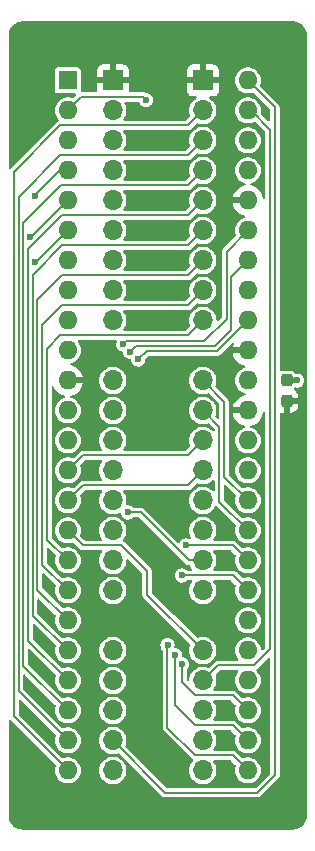
<source format=gbr>
G04 #@! TF.GenerationSoftware,KiCad,Pcbnew,8.0.8+dfsg-1*
G04 #@! TF.CreationDate,2025-06-20T16:24:31+09:00*
G04 #@! TF.ProjectId,bionic-p8095,62696f6e-6963-42d7-9038-3039352e6b69,1*
G04 #@! TF.SameCoordinates,Original*
G04 #@! TF.FileFunction,Copper,L2,Bot*
G04 #@! TF.FilePolarity,Positive*
%FSLAX46Y46*%
G04 Gerber Fmt 4.6, Leading zero omitted, Abs format (unit mm)*
G04 Created by KiCad (PCBNEW 8.0.8+dfsg-1) date 2025-06-20 16:24:31*
%MOMM*%
%LPD*%
G01*
G04 APERTURE LIST*
G04 Aperture macros list*
%AMRoundRect*
0 Rectangle with rounded corners*
0 $1 Rounding radius*
0 $2 $3 $4 $5 $6 $7 $8 $9 X,Y pos of 4 corners*
0 Add a 4 corners polygon primitive as box body*
4,1,4,$2,$3,$4,$5,$6,$7,$8,$9,$2,$3,0*
0 Add four circle primitives for the rounded corners*
1,1,$1+$1,$2,$3*
1,1,$1+$1,$4,$5*
1,1,$1+$1,$6,$7*
1,1,$1+$1,$8,$9*
0 Add four rect primitives between the rounded corners*
20,1,$1+$1,$2,$3,$4,$5,0*
20,1,$1+$1,$4,$5,$6,$7,0*
20,1,$1+$1,$6,$7,$8,$9,0*
20,1,$1+$1,$8,$9,$2,$3,0*%
G04 Aperture macros list end*
G04 #@! TA.AperFunction,ComponentPad*
%ADD10R,1.600000X1.600000*%
G04 #@! TD*
G04 #@! TA.AperFunction,ComponentPad*
%ADD11O,1.600000X1.600000*%
G04 #@! TD*
G04 #@! TA.AperFunction,SMDPad,CuDef*
%ADD12RoundRect,0.237500X-0.237500X0.300000X-0.237500X-0.300000X0.237500X-0.300000X0.237500X0.300000X0*%
G04 #@! TD*
G04 #@! TA.AperFunction,ComponentPad*
%ADD13O,1.700000X1.700000*%
G04 #@! TD*
G04 #@! TA.AperFunction,ComponentPad*
%ADD14R,1.700000X1.700000*%
G04 #@! TD*
G04 #@! TA.AperFunction,ViaPad*
%ADD15C,0.600000*%
G04 #@! TD*
G04 #@! TA.AperFunction,Conductor*
%ADD16C,0.200000*%
G04 #@! TD*
G04 #@! TA.AperFunction,Conductor*
%ADD17C,0.400000*%
G04 #@! TD*
G04 APERTURE END LIST*
D10*
X106080000Y-75080000D03*
D11*
X106080000Y-77620000D03*
X106080000Y-80160000D03*
X106080000Y-82700000D03*
X106080000Y-85240000D03*
X106080000Y-87780000D03*
X106080000Y-90320000D03*
X106080000Y-92860000D03*
X106080000Y-95400000D03*
X106080000Y-97940000D03*
X106080000Y-100480000D03*
X106080000Y-103020000D03*
X106080000Y-105560000D03*
X106080000Y-108100000D03*
X106080000Y-110640000D03*
X106080000Y-113180000D03*
X106080000Y-115720000D03*
X106080000Y-118260000D03*
X106080000Y-120800000D03*
X106080000Y-123340000D03*
X106080000Y-125880000D03*
X106080000Y-128420000D03*
X106080000Y-130960000D03*
X106080000Y-133500000D03*
X121320000Y-133500000D03*
X121320000Y-130960000D03*
X121320000Y-128420000D03*
X121320000Y-125880000D03*
X121320000Y-123340000D03*
X121320000Y-120800000D03*
X121320000Y-118260000D03*
X121320000Y-115720000D03*
X121320000Y-113180000D03*
X121320000Y-110640000D03*
X121320000Y-108100000D03*
X121320000Y-105560000D03*
X121320000Y-103020000D03*
X121320000Y-100480000D03*
X121320000Y-97940000D03*
X121320000Y-95400000D03*
X121320000Y-92860000D03*
X121320000Y-90320000D03*
X121320000Y-87780000D03*
X121320000Y-85240000D03*
X121320000Y-82700000D03*
X121320000Y-80160000D03*
X121320000Y-77620000D03*
X121320000Y-75080000D03*
D12*
X124622000Y-100481100D03*
X124622000Y-102206100D03*
D13*
X117510000Y-133500000D03*
X117510000Y-130960000D03*
X117510000Y-128420000D03*
X117510000Y-125880000D03*
X117510000Y-123340000D03*
X117510000Y-118260000D03*
X117510000Y-115720000D03*
X117510000Y-113180000D03*
X117510000Y-110640000D03*
X117510000Y-108100000D03*
X117510000Y-105560000D03*
X117510000Y-103020000D03*
X117510000Y-100480000D03*
X117510000Y-95400000D03*
X117510000Y-92860000D03*
X117510000Y-90320000D03*
X117510000Y-87780000D03*
X117510000Y-85240000D03*
X117510000Y-82700000D03*
X117510000Y-80160000D03*
X117510000Y-77620000D03*
D14*
X117510000Y-75080000D03*
X109890000Y-75080000D03*
D13*
X109890000Y-77620000D03*
X109890000Y-80160000D03*
X109890000Y-82700000D03*
X109890000Y-85240000D03*
X109890000Y-87780000D03*
X109890000Y-90320000D03*
X109890000Y-92860000D03*
X109890000Y-95400000D03*
X109890000Y-100480000D03*
X109890000Y-103020000D03*
X109890000Y-105560000D03*
X109890000Y-108100000D03*
X109890000Y-110640000D03*
X109890000Y-113180000D03*
X109890000Y-115720000D03*
X109890000Y-118260000D03*
X109890000Y-123340000D03*
X109890000Y-125880000D03*
X109890000Y-128420000D03*
X109890000Y-130960000D03*
X109890000Y-133500000D03*
D15*
X125509900Y-100481100D03*
X124622000Y-103528000D03*
X124495000Y-97051000D03*
X109890000Y-120800000D03*
X113700000Y-129944000D03*
X115732000Y-124483000D03*
X103340000Y-84859000D03*
X111379000Y-98067000D03*
X110779000Y-97432000D03*
X115132000Y-123721000D03*
X116113000Y-114450000D03*
X112049000Y-98702000D03*
X103308000Y-90465473D03*
X115732000Y-116990000D03*
X102908000Y-88325472D03*
X114522400Y-122882800D03*
X112684000Y-76731000D03*
X111160000Y-111656000D03*
D16*
X125509900Y-100481100D02*
X125511000Y-100480000D01*
D17*
X124622000Y-100481100D02*
X125509900Y-100481100D01*
X106080000Y-100480000D02*
X107350000Y-100480000D01*
X121320000Y-85240000D02*
X120050000Y-85240000D01*
X121320000Y-97940000D02*
X120050000Y-97940000D01*
X121320000Y-103020000D02*
X120050000Y-103020000D01*
D16*
X115732000Y-126007000D02*
X116875000Y-127150000D01*
X115732000Y-124483000D02*
X115732000Y-126007000D01*
X120050000Y-127150000D02*
X121320000Y-128420000D01*
X116875000Y-127150000D02*
X120050000Y-127150000D01*
X103340000Y-84805000D02*
X105445000Y-82700000D01*
X105445000Y-82700000D02*
X106080000Y-82700000D01*
X103340000Y-84859000D02*
X103340000Y-84805000D01*
X118576314Y-97578000D02*
X119923000Y-96231314D01*
X111868000Y-97578000D02*
X118576314Y-97578000D01*
X119923000Y-91717000D02*
X121320000Y-90320000D01*
X119923000Y-96231314D02*
X119923000Y-91717000D01*
X111379000Y-98067000D02*
X111868000Y-97578000D01*
X119523000Y-95292000D02*
X119523000Y-89577000D01*
X119523000Y-89577000D02*
X121320000Y-87780000D01*
X111033000Y-97178000D02*
X117637000Y-97178000D01*
X117637000Y-97178000D02*
X119523000Y-95292000D01*
X110779000Y-97432000D02*
X111033000Y-97178000D01*
X120050000Y-129690000D02*
X121320000Y-130960000D01*
X115122400Y-127937400D02*
X116875000Y-129690000D01*
X115122400Y-123730600D02*
X115122400Y-127937400D01*
X116875000Y-129690000D02*
X120050000Y-129690000D01*
X115132000Y-123721000D02*
X115122400Y-123730600D01*
X116113000Y-114450000D02*
X120050000Y-114450000D01*
X120050000Y-114450000D02*
X121320000Y-115720000D01*
X112049000Y-98702000D02*
X112773000Y-97978000D01*
X118742000Y-97978000D02*
X121320000Y-95400000D01*
X112773000Y-97978000D02*
X118742000Y-97978000D01*
X103394527Y-90465473D02*
X106080000Y-87780000D01*
X103308000Y-90465473D02*
X103394527Y-90465473D01*
X120050000Y-116990000D02*
X121320000Y-118260000D01*
X115732000Y-116990000D02*
X120050000Y-116990000D01*
X102994528Y-88325472D02*
X106080000Y-85240000D01*
X102908000Y-88325472D02*
X102994528Y-88325472D01*
X123606000Y-77366000D02*
X123606000Y-133906400D01*
X122132800Y-135379600D02*
X114309600Y-135379600D01*
X123606000Y-133906400D02*
X122132800Y-135379600D01*
X121320000Y-75080000D02*
X123606000Y-77366000D01*
X114309600Y-135379600D02*
X109890000Y-130960000D01*
X114512800Y-129867800D02*
X116875000Y-132230000D01*
X114512800Y-122892400D02*
X114512800Y-129867800D01*
X116875000Y-132230000D02*
X120050000Y-132230000D01*
X114522400Y-122882800D02*
X114512800Y-122892400D01*
X120050000Y-132230000D02*
X121320000Y-133500000D01*
X121574000Y-77620000D02*
X123206000Y-79252000D01*
X123206000Y-123232000D02*
X121828000Y-124610000D01*
X123206000Y-79252000D02*
X123206000Y-123232000D01*
X121320000Y-77620000D02*
X121574000Y-77620000D01*
X118780000Y-124610000D02*
X117510000Y-125880000D01*
X121828000Y-124610000D02*
X118780000Y-124610000D01*
X116240000Y-94130000D02*
X105572000Y-94130000D01*
X103908000Y-95794000D02*
X103908000Y-116088000D01*
X117510000Y-92860000D02*
X116240000Y-94130000D01*
X103908000Y-116088000D02*
X106080000Y-118260000D01*
X105572000Y-94130000D02*
X103908000Y-95794000D01*
X117510000Y-103020000D02*
X118907000Y-104417000D01*
X118907000Y-110767000D02*
X121320000Y-113180000D01*
X118907000Y-104417000D02*
X118907000Y-110767000D01*
X117510000Y-123340000D02*
X112785600Y-118615600D01*
X110601200Y-114450000D02*
X107350000Y-114450000D01*
X112785600Y-116634400D02*
X110601200Y-114450000D01*
X112785600Y-118615600D02*
X112785600Y-116634400D01*
X107350000Y-114450000D02*
X106080000Y-113180000D01*
X116240000Y-86510000D02*
X105572000Y-86510000D01*
X117510000Y-85240000D02*
X116240000Y-86510000D01*
X105572000Y-86510000D02*
X102708000Y-89374000D01*
X102708000Y-122508000D02*
X106080000Y-125880000D01*
X102708000Y-89374000D02*
X102708000Y-122508000D01*
X116240000Y-78890000D02*
X105445000Y-78890000D01*
X101508000Y-82827000D02*
X101508000Y-128928000D01*
X117510000Y-77620000D02*
X116240000Y-78890000D01*
X101508000Y-128928000D02*
X106080000Y-133500000D01*
X105445000Y-78890000D02*
X101508000Y-82827000D01*
X117510000Y-90320000D02*
X116240000Y-91590000D01*
X116240000Y-91590000D02*
X105572000Y-91590000D01*
X103508000Y-118228000D02*
X106080000Y-120800000D01*
X103508000Y-93654000D02*
X103508000Y-118228000D01*
X105572000Y-91590000D02*
X103508000Y-93654000D01*
X103108000Y-91514000D02*
X103108000Y-120419000D01*
X103108000Y-120419000D02*
X103159000Y-120419000D01*
X105572000Y-89050000D02*
X103108000Y-91514000D01*
X103159000Y-120419000D02*
X106080000Y-123340000D01*
X116240000Y-89050000D02*
X105572000Y-89050000D01*
X117510000Y-87780000D02*
X116240000Y-89050000D01*
X112423000Y-76470000D02*
X107230000Y-76470000D01*
X107230000Y-76470000D02*
X106080000Y-77620000D01*
X112684000Y-76731000D02*
X112423000Y-76470000D01*
X116240000Y-96670000D02*
X105445000Y-96670000D01*
X105445000Y-96670000D02*
X104308000Y-97807000D01*
X104308000Y-97807000D02*
X104308000Y-113948000D01*
X104308000Y-113948000D02*
X106080000Y-115720000D01*
X117510000Y-95400000D02*
X116240000Y-96670000D01*
X116240000Y-109370000D02*
X107350000Y-109370000D01*
X117510000Y-108100000D02*
X116240000Y-109370000D01*
X107350000Y-109370000D02*
X106080000Y-110640000D01*
X119307000Y-102277000D02*
X117510000Y-100480000D01*
X121320000Y-110640000D02*
X119307000Y-108627000D01*
X119307000Y-108627000D02*
X119307000Y-102277000D01*
X107350000Y-106830000D02*
X106080000Y-108100000D01*
X117510000Y-105560000D02*
X116240000Y-106830000D01*
X116240000Y-106830000D02*
X107350000Y-106830000D01*
X116307919Y-115720000D02*
X117510000Y-115720000D01*
X112243919Y-111656000D02*
X116307919Y-115720000D01*
X111160000Y-111656000D02*
X112243919Y-111656000D01*
X116240000Y-81430000D02*
X105445000Y-81430000D01*
X117510000Y-80160000D02*
X116240000Y-81430000D01*
X101908000Y-84967000D02*
X101908000Y-126788000D01*
X105445000Y-81430000D02*
X101908000Y-84967000D01*
X101908000Y-126788000D02*
X106080000Y-130960000D01*
X117510000Y-82700000D02*
X116240000Y-83970000D01*
X102308000Y-124648000D02*
X106080000Y-128420000D01*
X105483000Y-83970000D02*
X102308000Y-87145000D01*
X102308000Y-87145000D02*
X102308000Y-124648000D01*
X116240000Y-83970000D02*
X105483000Y-83970000D01*
G04 #@! TA.AperFunction,Conductor*
G36*
X125133875Y-70075805D02*
G01*
X125309097Y-70089594D01*
X125324430Y-70092023D01*
X125491550Y-70132145D01*
X125506317Y-70136943D01*
X125665104Y-70202715D01*
X125678926Y-70209758D01*
X125825469Y-70299560D01*
X125838032Y-70308688D01*
X125968717Y-70420303D01*
X125979699Y-70431285D01*
X126091311Y-70561967D01*
X126100440Y-70574532D01*
X126190238Y-70721068D01*
X126197287Y-70734902D01*
X126263054Y-70893678D01*
X126267855Y-70908453D01*
X126307975Y-71075564D01*
X126310405Y-71090907D01*
X126324195Y-71266123D01*
X126324500Y-71273891D01*
X126324500Y-137306108D01*
X126324195Y-137313876D01*
X126310405Y-137489092D01*
X126307975Y-137504435D01*
X126267855Y-137671546D01*
X126263054Y-137686321D01*
X126197287Y-137845097D01*
X126190234Y-137858939D01*
X126100442Y-138005465D01*
X126091311Y-138018032D01*
X125979699Y-138148714D01*
X125968714Y-138159699D01*
X125838032Y-138271311D01*
X125825465Y-138280442D01*
X125678939Y-138370234D01*
X125665097Y-138377287D01*
X125506321Y-138443054D01*
X125491546Y-138447855D01*
X125324435Y-138487975D01*
X125309092Y-138490405D01*
X125149743Y-138502946D01*
X125133874Y-138504195D01*
X125126108Y-138504500D01*
X102273892Y-138504500D01*
X102266125Y-138504195D01*
X102247014Y-138502691D01*
X102090907Y-138490405D01*
X102075564Y-138487975D01*
X101908453Y-138447855D01*
X101893678Y-138443054D01*
X101734902Y-138377287D01*
X101721068Y-138370238D01*
X101574532Y-138280440D01*
X101561967Y-138271311D01*
X101462706Y-138186535D01*
X101431282Y-138159696D01*
X101420303Y-138148717D01*
X101308688Y-138018032D01*
X101299560Y-138005469D01*
X101209758Y-137858926D01*
X101202715Y-137845104D01*
X101136943Y-137686317D01*
X101132144Y-137671546D01*
X101092024Y-137504435D01*
X101089594Y-137489097D01*
X101075805Y-137313875D01*
X101075500Y-137306108D01*
X101075500Y-129300900D01*
X101094407Y-129242709D01*
X101143907Y-129206745D01*
X101205093Y-129206745D01*
X101244501Y-129230894D01*
X103175492Y-131161885D01*
X105022663Y-133009056D01*
X105050440Y-133063573D01*
X105047880Y-133106152D01*
X104993603Y-133296915D01*
X104993603Y-133296917D01*
X104974785Y-133500000D01*
X104993603Y-133703083D01*
X105049418Y-133899250D01*
X105140327Y-134081821D01*
X105263236Y-134244579D01*
X105413959Y-134381981D01*
X105587363Y-134489348D01*
X105777544Y-134563024D01*
X105978024Y-134600500D01*
X106181976Y-134600500D01*
X106382456Y-134563024D01*
X106572637Y-134489348D01*
X106746041Y-134381981D01*
X106896764Y-134244579D01*
X107019673Y-134081821D01*
X107110582Y-133899250D01*
X107166397Y-133703083D01*
X107185215Y-133500000D01*
X108734571Y-133500000D01*
X108754244Y-133712310D01*
X108812595Y-133917389D01*
X108907634Y-134108255D01*
X109036128Y-134278407D01*
X109036135Y-134278413D01*
X109193692Y-134422047D01*
X109193699Y-134422053D01*
X109297389Y-134486255D01*
X109374981Y-134534298D01*
X109573802Y-134611321D01*
X109783390Y-134650500D01*
X109996610Y-134650500D01*
X110206198Y-134611321D01*
X110405019Y-134534298D01*
X110586302Y-134422052D01*
X110743872Y-134278407D01*
X110872366Y-134108255D01*
X110967405Y-133917389D01*
X111025756Y-133712310D01*
X111045429Y-133500000D01*
X111025756Y-133287690D01*
X110967405Y-133082611D01*
X110872366Y-132891745D01*
X110743872Y-132721593D01*
X110649902Y-132635927D01*
X110586307Y-132577952D01*
X110586300Y-132577946D01*
X110405024Y-132465705D01*
X110405019Y-132465702D01*
X110206195Y-132388678D01*
X109996610Y-132349500D01*
X109783390Y-132349500D01*
X109573804Y-132388678D01*
X109374980Y-132465702D01*
X109374975Y-132465705D01*
X109193699Y-132577946D01*
X109193692Y-132577952D01*
X109036135Y-132721586D01*
X109036131Y-132721589D01*
X109036128Y-132721593D01*
X109036125Y-132721597D01*
X108907635Y-132891743D01*
X108907630Y-132891752D01*
X108812596Y-133082608D01*
X108754244Y-133287688D01*
X108754244Y-133287690D01*
X108734571Y-133500000D01*
X107185215Y-133500000D01*
X107166397Y-133296917D01*
X107110582Y-133100750D01*
X107019673Y-132918179D01*
X106896764Y-132755421D01*
X106746041Y-132618019D01*
X106572637Y-132510652D01*
X106382456Y-132436976D01*
X106382455Y-132436975D01*
X106382453Y-132436975D01*
X106181976Y-132399500D01*
X105978024Y-132399500D01*
X105777552Y-132436974D01*
X105777546Y-132436975D01*
X105777544Y-132436976D01*
X105711296Y-132462639D01*
X105697738Y-132467892D01*
X105636647Y-132471281D01*
X105591973Y-132445580D01*
X101937496Y-128791103D01*
X101909719Y-128736586D01*
X101908500Y-128721099D01*
X101908500Y-127593901D01*
X101927407Y-127535710D01*
X101976907Y-127499746D01*
X102038093Y-127499746D01*
X102077504Y-127523897D01*
X105022663Y-130469056D01*
X105050440Y-130523573D01*
X105047880Y-130566152D01*
X104993603Y-130756915D01*
X104993603Y-130756917D01*
X104974785Y-130960000D01*
X104993603Y-131163083D01*
X105049418Y-131359250D01*
X105140327Y-131541821D01*
X105263236Y-131704579D01*
X105413959Y-131841981D01*
X105587363Y-131949348D01*
X105777544Y-132023024D01*
X105978024Y-132060500D01*
X106181976Y-132060500D01*
X106382456Y-132023024D01*
X106572637Y-131949348D01*
X106746041Y-131841981D01*
X106896764Y-131704579D01*
X107019673Y-131541821D01*
X107110582Y-131359250D01*
X107166397Y-131163083D01*
X107185215Y-130960000D01*
X107166397Y-130756917D01*
X107110582Y-130560750D01*
X107019673Y-130378179D01*
X106896764Y-130215421D01*
X106746041Y-130078019D01*
X106572637Y-129970652D01*
X106382456Y-129896976D01*
X106382455Y-129896975D01*
X106382453Y-129896975D01*
X106181976Y-129859500D01*
X105978024Y-129859500D01*
X105777552Y-129896974D01*
X105777546Y-129896975D01*
X105777544Y-129896976D01*
X105716755Y-129920525D01*
X105697738Y-129927892D01*
X105636647Y-129931281D01*
X105591973Y-129905580D01*
X102337496Y-126651103D01*
X102309719Y-126596586D01*
X102308500Y-126581099D01*
X102308500Y-125453900D01*
X102327407Y-125395709D01*
X102376907Y-125359745D01*
X102438093Y-125359745D01*
X102477503Y-125383895D01*
X103752009Y-126658402D01*
X105022663Y-127929056D01*
X105050440Y-127983573D01*
X105047880Y-128026152D01*
X104993603Y-128216915D01*
X104993603Y-128216917D01*
X104974785Y-128420000D01*
X104993603Y-128623083D01*
X105041409Y-128791103D01*
X105049419Y-128819252D01*
X105129823Y-128980727D01*
X105140327Y-129001821D01*
X105263236Y-129164579D01*
X105413959Y-129301981D01*
X105587363Y-129409348D01*
X105777544Y-129483024D01*
X105978024Y-129520500D01*
X106181976Y-129520500D01*
X106382456Y-129483024D01*
X106572637Y-129409348D01*
X106746041Y-129301981D01*
X106896764Y-129164579D01*
X107019673Y-129001821D01*
X107110582Y-128819250D01*
X107166397Y-128623083D01*
X107185215Y-128420000D01*
X108734571Y-128420000D01*
X108754244Y-128632310D01*
X108812595Y-128837389D01*
X108907634Y-129028255D01*
X109036128Y-129198407D01*
X109084725Y-129242709D01*
X109193692Y-129342047D01*
X109193699Y-129342053D01*
X109238055Y-129369517D01*
X109374981Y-129454298D01*
X109573802Y-129531321D01*
X109783390Y-129570500D01*
X109996610Y-129570500D01*
X110206198Y-129531321D01*
X110405019Y-129454298D01*
X110586302Y-129342052D01*
X110743872Y-129198407D01*
X110872366Y-129028255D01*
X110967405Y-128837389D01*
X111025756Y-128632310D01*
X111045429Y-128420000D01*
X111025756Y-128207690D01*
X110967405Y-128002611D01*
X110872366Y-127811745D01*
X110743872Y-127641593D01*
X110649902Y-127555927D01*
X110586307Y-127497952D01*
X110586300Y-127497946D01*
X110405024Y-127385705D01*
X110405019Y-127385702D01*
X110206195Y-127308678D01*
X109996610Y-127269500D01*
X109783390Y-127269500D01*
X109573804Y-127308678D01*
X109374980Y-127385702D01*
X109374975Y-127385705D01*
X109193699Y-127497946D01*
X109193692Y-127497952D01*
X109036135Y-127641586D01*
X109036131Y-127641589D01*
X109036128Y-127641593D01*
X109036125Y-127641597D01*
X108907635Y-127811743D01*
X108907630Y-127811752D01*
X108812596Y-128002608D01*
X108754244Y-128207688D01*
X108754244Y-128207690D01*
X108734571Y-128420000D01*
X107185215Y-128420000D01*
X107166397Y-128216917D01*
X107110582Y-128020750D01*
X107019673Y-127838179D01*
X106896764Y-127675421D01*
X106746041Y-127538019D01*
X106572637Y-127430652D01*
X106382456Y-127356976D01*
X106382455Y-127356975D01*
X106382453Y-127356975D01*
X106181976Y-127319500D01*
X105978024Y-127319500D01*
X105777544Y-127356975D01*
X105697739Y-127387892D01*
X105636648Y-127391282D01*
X105591973Y-127365581D01*
X102737496Y-124511103D01*
X102709719Y-124456586D01*
X102708500Y-124441099D01*
X102708500Y-123313901D01*
X102727407Y-123255710D01*
X102776907Y-123219746D01*
X102838093Y-123219746D01*
X102877504Y-123243897D01*
X105022663Y-125389056D01*
X105050440Y-125443573D01*
X105047880Y-125486152D01*
X104993603Y-125676915D01*
X104993603Y-125676917D01*
X104974785Y-125880000D01*
X104993603Y-126083083D01*
X105049418Y-126279250D01*
X105140327Y-126461821D01*
X105263236Y-126624579D01*
X105413959Y-126761981D01*
X105587363Y-126869348D01*
X105777544Y-126943024D01*
X105978024Y-126980500D01*
X106181976Y-126980500D01*
X106382456Y-126943024D01*
X106572637Y-126869348D01*
X106746041Y-126761981D01*
X106896764Y-126624579D01*
X107019673Y-126461821D01*
X107110582Y-126279250D01*
X107166397Y-126083083D01*
X107185215Y-125880000D01*
X108734571Y-125880000D01*
X108754244Y-126092310D01*
X108812595Y-126297389D01*
X108907634Y-126488255D01*
X109036128Y-126658407D01*
X109036135Y-126658413D01*
X109193692Y-126802047D01*
X109193699Y-126802053D01*
X109238055Y-126829517D01*
X109374981Y-126914298D01*
X109573802Y-126991321D01*
X109783390Y-127030500D01*
X109996610Y-127030500D01*
X110206198Y-126991321D01*
X110405019Y-126914298D01*
X110586302Y-126802052D01*
X110743872Y-126658407D01*
X110872366Y-126488255D01*
X110967405Y-126297389D01*
X111025756Y-126092310D01*
X111045429Y-125880000D01*
X111025756Y-125667690D01*
X110967405Y-125462611D01*
X110872366Y-125271745D01*
X110743872Y-125101593D01*
X110645286Y-125011719D01*
X110586307Y-124957952D01*
X110586300Y-124957946D01*
X110405024Y-124845705D01*
X110405019Y-124845702D01*
X110325016Y-124814709D01*
X110206198Y-124768679D01*
X110206197Y-124768678D01*
X110206195Y-124768678D01*
X109996610Y-124729500D01*
X109783390Y-124729500D01*
X109573804Y-124768678D01*
X109374980Y-124845702D01*
X109374975Y-124845705D01*
X109193699Y-124957946D01*
X109193692Y-124957952D01*
X109036135Y-125101586D01*
X109036131Y-125101589D01*
X109036128Y-125101593D01*
X109036125Y-125101597D01*
X108907635Y-125271743D01*
X108907630Y-125271752D01*
X108812596Y-125462608D01*
X108754244Y-125667688D01*
X108754244Y-125667690D01*
X108734571Y-125880000D01*
X107185215Y-125880000D01*
X107166397Y-125676917D01*
X107110582Y-125480750D01*
X107019673Y-125298179D01*
X106896764Y-125135421D01*
X106746041Y-124998019D01*
X106572637Y-124890652D01*
X106382456Y-124816976D01*
X106382455Y-124816975D01*
X106382453Y-124816975D01*
X106181976Y-124779500D01*
X105978024Y-124779500D01*
X105777552Y-124816974D01*
X105777546Y-124816975D01*
X105777544Y-124816976D01*
X105737352Y-124832546D01*
X105697738Y-124847892D01*
X105636647Y-124851281D01*
X105591973Y-124825580D01*
X103137496Y-122371103D01*
X103109719Y-122316586D01*
X103108500Y-122301099D01*
X103108500Y-121173901D01*
X103127407Y-121115710D01*
X103176907Y-121079746D01*
X103238093Y-121079746D01*
X103277504Y-121103897D01*
X105022663Y-122849056D01*
X105050440Y-122903573D01*
X105047880Y-122946152D01*
X104993603Y-123136915D01*
X104993603Y-123136917D01*
X104974785Y-123340000D01*
X104993603Y-123543083D01*
X105049418Y-123739250D01*
X105140327Y-123921821D01*
X105263236Y-124084579D01*
X105413959Y-124221981D01*
X105587363Y-124329348D01*
X105777544Y-124403024D01*
X105978024Y-124440500D01*
X106181976Y-124440500D01*
X106382456Y-124403024D01*
X106572637Y-124329348D01*
X106746041Y-124221981D01*
X106896764Y-124084579D01*
X107019673Y-123921821D01*
X107110582Y-123739250D01*
X107166397Y-123543083D01*
X107185215Y-123340000D01*
X108734571Y-123340000D01*
X108754244Y-123552311D01*
X108777449Y-123633867D01*
X108812595Y-123757389D01*
X108907634Y-123948255D01*
X109036128Y-124118407D01*
X109036135Y-124118413D01*
X109193692Y-124262047D01*
X109193699Y-124262053D01*
X109238060Y-124289520D01*
X109374981Y-124374298D01*
X109573802Y-124451321D01*
X109783390Y-124490500D01*
X109996610Y-124490500D01*
X110206198Y-124451321D01*
X110405019Y-124374298D01*
X110586302Y-124262052D01*
X110743872Y-124118407D01*
X110872366Y-123948255D01*
X110967405Y-123757389D01*
X111025756Y-123552310D01*
X111045429Y-123340000D01*
X111025756Y-123127690D01*
X110967405Y-122922611D01*
X110872366Y-122731745D01*
X110743872Y-122561593D01*
X110689623Y-122512139D01*
X110586307Y-122417952D01*
X110586300Y-122417946D01*
X110405024Y-122305705D01*
X110405019Y-122305702D01*
X110353078Y-122285580D01*
X110206198Y-122228679D01*
X110206197Y-122228678D01*
X110206195Y-122228678D01*
X109996610Y-122189500D01*
X109783390Y-122189500D01*
X109573804Y-122228678D01*
X109374980Y-122305702D01*
X109374975Y-122305705D01*
X109193699Y-122417946D01*
X109193692Y-122417952D01*
X109036135Y-122561586D01*
X109036131Y-122561589D01*
X109036128Y-122561593D01*
X109036125Y-122561597D01*
X108907635Y-122731743D01*
X108907630Y-122731752D01*
X108812596Y-122922608D01*
X108754244Y-123127688D01*
X108734571Y-123340000D01*
X107185215Y-123340000D01*
X107166397Y-123136917D01*
X107110582Y-122940750D01*
X107019673Y-122758179D01*
X106896764Y-122595421D01*
X106746041Y-122458019D01*
X106572637Y-122350652D01*
X106382456Y-122276976D01*
X106382455Y-122276975D01*
X106382453Y-122276975D01*
X106181976Y-122239500D01*
X105978024Y-122239500D01*
X105777552Y-122276974D01*
X105777546Y-122276975D01*
X105777544Y-122276976D01*
X105711296Y-122302639D01*
X105697738Y-122307892D01*
X105636647Y-122311281D01*
X105591973Y-122285580D01*
X103537496Y-120231103D01*
X103509719Y-120176586D01*
X103508500Y-120161099D01*
X103508500Y-119033901D01*
X103527407Y-118975710D01*
X103576907Y-118939746D01*
X103638093Y-118939746D01*
X103677504Y-118963897D01*
X105022663Y-120309056D01*
X105050440Y-120363573D01*
X105047880Y-120406152D01*
X104993603Y-120596915D01*
X104993603Y-120596917D01*
X104974785Y-120800000D01*
X104993603Y-121003083D01*
X105049418Y-121199250D01*
X105140327Y-121381821D01*
X105263236Y-121544579D01*
X105413959Y-121681981D01*
X105587363Y-121789348D01*
X105777544Y-121863024D01*
X105978024Y-121900500D01*
X106181976Y-121900500D01*
X106382456Y-121863024D01*
X106572637Y-121789348D01*
X106746041Y-121681981D01*
X106896764Y-121544579D01*
X107019673Y-121381821D01*
X107110582Y-121199250D01*
X107166397Y-121003083D01*
X107185215Y-120800000D01*
X107166397Y-120596917D01*
X107110582Y-120400750D01*
X107019673Y-120218179D01*
X106896764Y-120055421D01*
X106746041Y-119918019D01*
X106572637Y-119810652D01*
X106382456Y-119736976D01*
X106382455Y-119736975D01*
X106382453Y-119736975D01*
X106181976Y-119699500D01*
X105978024Y-119699500D01*
X105777552Y-119736974D01*
X105777546Y-119736975D01*
X105777544Y-119736976D01*
X105711296Y-119762639D01*
X105697738Y-119767892D01*
X105636647Y-119771281D01*
X105591973Y-119745580D01*
X103937496Y-118091103D01*
X103909719Y-118036586D01*
X103908500Y-118021099D01*
X103908500Y-116893901D01*
X103927407Y-116835710D01*
X103976907Y-116799746D01*
X104038093Y-116799746D01*
X104077504Y-116823897D01*
X105022663Y-117769056D01*
X105050440Y-117823573D01*
X105047880Y-117866152D01*
X104993603Y-118056915D01*
X104993603Y-118056917D01*
X104974785Y-118260000D01*
X104993603Y-118463083D01*
X105049418Y-118659250D01*
X105140327Y-118841821D01*
X105263236Y-119004579D01*
X105413959Y-119141981D01*
X105587363Y-119249348D01*
X105777544Y-119323024D01*
X105978024Y-119360500D01*
X106181976Y-119360500D01*
X106382456Y-119323024D01*
X106572637Y-119249348D01*
X106746041Y-119141981D01*
X106896764Y-119004579D01*
X107019673Y-118841821D01*
X107110582Y-118659250D01*
X107166397Y-118463083D01*
X107185215Y-118260000D01*
X108734571Y-118260000D01*
X108752149Y-118449707D01*
X108754244Y-118472310D01*
X108812595Y-118677389D01*
X108907634Y-118868255D01*
X109036128Y-119038407D01*
X109036135Y-119038413D01*
X109193692Y-119182047D01*
X109193699Y-119182053D01*
X109297389Y-119246255D01*
X109374981Y-119294298D01*
X109573802Y-119371321D01*
X109783390Y-119410500D01*
X109996610Y-119410500D01*
X110206198Y-119371321D01*
X110405019Y-119294298D01*
X110586302Y-119182052D01*
X110743872Y-119038407D01*
X110872366Y-118868255D01*
X110967405Y-118677389D01*
X111025756Y-118472310D01*
X111045429Y-118260000D01*
X111025756Y-118047690D01*
X110967405Y-117842611D01*
X110872366Y-117651745D01*
X110743872Y-117481593D01*
X110645286Y-117391719D01*
X110586307Y-117337952D01*
X110586300Y-117337946D01*
X110405024Y-117225705D01*
X110405019Y-117225702D01*
X110206195Y-117148678D01*
X109996610Y-117109500D01*
X109783390Y-117109500D01*
X109573804Y-117148678D01*
X109374980Y-117225702D01*
X109374975Y-117225705D01*
X109193699Y-117337946D01*
X109193692Y-117337952D01*
X109036135Y-117481586D01*
X109036131Y-117481589D01*
X109036128Y-117481593D01*
X109036125Y-117481597D01*
X108907635Y-117651743D01*
X108907630Y-117651752D01*
X108812596Y-117842608D01*
X108754244Y-118047688D01*
X108734571Y-118260000D01*
X107185215Y-118260000D01*
X107166397Y-118056917D01*
X107110582Y-117860750D01*
X107019673Y-117678179D01*
X106896764Y-117515421D01*
X106746041Y-117378019D01*
X106572637Y-117270652D01*
X106382456Y-117196976D01*
X106382455Y-117196975D01*
X106382453Y-117196975D01*
X106181976Y-117159500D01*
X105978024Y-117159500D01*
X105777552Y-117196974D01*
X105777546Y-117196975D01*
X105777544Y-117196976D01*
X105711296Y-117222639D01*
X105697738Y-117227892D01*
X105636647Y-117231281D01*
X105591973Y-117205580D01*
X104337496Y-115951103D01*
X104309719Y-115896586D01*
X104308500Y-115881099D01*
X104308500Y-114753901D01*
X104327407Y-114695710D01*
X104376907Y-114659746D01*
X104438093Y-114659746D01*
X104477504Y-114683897D01*
X105022663Y-115229056D01*
X105050440Y-115283573D01*
X105047880Y-115326152D01*
X104993603Y-115516915D01*
X104993603Y-115516917D01*
X104974785Y-115720000D01*
X104993603Y-115923083D01*
X105049418Y-116119250D01*
X105140327Y-116301821D01*
X105263236Y-116464579D01*
X105413959Y-116601981D01*
X105587363Y-116709348D01*
X105777544Y-116783024D01*
X105978024Y-116820500D01*
X106181976Y-116820500D01*
X106382456Y-116783024D01*
X106572637Y-116709348D01*
X106746041Y-116601981D01*
X106896764Y-116464579D01*
X107019673Y-116301821D01*
X107110582Y-116119250D01*
X107166397Y-115923083D01*
X107185215Y-115720000D01*
X107166397Y-115516917D01*
X107110582Y-115320750D01*
X107019673Y-115138179D01*
X106896764Y-114975421D01*
X106746041Y-114838019D01*
X106572637Y-114730652D01*
X106382456Y-114656976D01*
X106382455Y-114656975D01*
X106382453Y-114656975D01*
X106181976Y-114619500D01*
X105978024Y-114619500D01*
X105777552Y-114656974D01*
X105777546Y-114656975D01*
X105777544Y-114656976D01*
X105711296Y-114682639D01*
X105697738Y-114687892D01*
X105636647Y-114691281D01*
X105591973Y-114665580D01*
X104737496Y-113811103D01*
X104709719Y-113756586D01*
X104708500Y-113741099D01*
X104708500Y-113180000D01*
X104974785Y-113180000D01*
X104993603Y-113383083D01*
X105049418Y-113579250D01*
X105140327Y-113761821D01*
X105263236Y-113924579D01*
X105413959Y-114061981D01*
X105587363Y-114169348D01*
X105777544Y-114243024D01*
X105978024Y-114280500D01*
X106181976Y-114280500D01*
X106382456Y-114243024D01*
X106462259Y-114212107D01*
X106523351Y-114208718D01*
X106568026Y-114234419D01*
X107104087Y-114770480D01*
X107104089Y-114770481D01*
X107104090Y-114770482D01*
X107104091Y-114770483D01*
X107195408Y-114823205D01*
X107195406Y-114823205D01*
X107195410Y-114823206D01*
X107195412Y-114823207D01*
X107297273Y-114850500D01*
X107402727Y-114850500D01*
X108906099Y-114850500D01*
X108964290Y-114869407D01*
X109000254Y-114918907D01*
X109000254Y-114980093D01*
X108985104Y-115009159D01*
X108958493Y-115044398D01*
X108907635Y-115111743D01*
X108907630Y-115111752D01*
X108812596Y-115302608D01*
X108754244Y-115507688D01*
X108734571Y-115720000D01*
X108753298Y-115922107D01*
X108754244Y-115932310D01*
X108812595Y-116137389D01*
X108907634Y-116328255D01*
X109036128Y-116498407D01*
X109036135Y-116498413D01*
X109193692Y-116642047D01*
X109193699Y-116642053D01*
X109238055Y-116669517D01*
X109374981Y-116754298D01*
X109573802Y-116831321D01*
X109783390Y-116870500D01*
X109996610Y-116870500D01*
X110206198Y-116831321D01*
X110405019Y-116754298D01*
X110586302Y-116642052D01*
X110743872Y-116498407D01*
X110872366Y-116328255D01*
X110967405Y-116137389D01*
X111025756Y-115932310D01*
X111045429Y-115720000D01*
X111044238Y-115707150D01*
X111057696Y-115647465D01*
X111103666Y-115607087D01*
X111164590Y-115601441D01*
X111212820Y-115628013D01*
X112356104Y-116771297D01*
X112383881Y-116825814D01*
X112385100Y-116841301D01*
X112385100Y-118562873D01*
X112385100Y-118668327D01*
X112387529Y-118677391D01*
X112412394Y-118770192D01*
X112465116Y-118861508D01*
X112465117Y-118861509D01*
X112465118Y-118861510D01*
X112465120Y-118861513D01*
X114538500Y-120934893D01*
X116413348Y-122809741D01*
X116441125Y-122864258D01*
X116432904Y-122917818D01*
X116434249Y-122918339D01*
X116432598Y-122922598D01*
X116374244Y-123127688D01*
X116354571Y-123340000D01*
X116374244Y-123552311D01*
X116397449Y-123633867D01*
X116432595Y-123757389D01*
X116527634Y-123948255D01*
X116656128Y-124118407D01*
X116656135Y-124118413D01*
X116813692Y-124262047D01*
X116813699Y-124262053D01*
X116858060Y-124289520D01*
X116994981Y-124374298D01*
X117193802Y-124451321D01*
X117403390Y-124490500D01*
X117616610Y-124490500D01*
X117826198Y-124451321D01*
X118025019Y-124374298D01*
X118206302Y-124262052D01*
X118363872Y-124118407D01*
X118492366Y-123948255D01*
X118587405Y-123757389D01*
X118645756Y-123552310D01*
X118665429Y-123340000D01*
X118645756Y-123127690D01*
X118587405Y-122922611D01*
X118492366Y-122731745D01*
X118363872Y-122561593D01*
X118309623Y-122512139D01*
X118206307Y-122417952D01*
X118206300Y-122417946D01*
X118025024Y-122305705D01*
X118025019Y-122305702D01*
X117973078Y-122285580D01*
X117826198Y-122228679D01*
X117826197Y-122228678D01*
X117826195Y-122228678D01*
X117616610Y-122189500D01*
X117403390Y-122189500D01*
X117193810Y-122228677D01*
X117193805Y-122228678D01*
X117193802Y-122228679D01*
X117193795Y-122228681D01*
X117193794Y-122228682D01*
X117089089Y-122269243D01*
X117027998Y-122272633D01*
X116983324Y-122246932D01*
X115536392Y-120800000D01*
X120214785Y-120800000D01*
X120233603Y-121003083D01*
X120289418Y-121199250D01*
X120380327Y-121381821D01*
X120503236Y-121544579D01*
X120653959Y-121681981D01*
X120827363Y-121789348D01*
X121017544Y-121863024D01*
X121218024Y-121900500D01*
X121421976Y-121900500D01*
X121622456Y-121863024D01*
X121812637Y-121789348D01*
X121986041Y-121681981D01*
X122136764Y-121544579D01*
X122259673Y-121381821D01*
X122350582Y-121199250D01*
X122406397Y-121003083D01*
X122425215Y-120800000D01*
X122406397Y-120596917D01*
X122350582Y-120400750D01*
X122259673Y-120218179D01*
X122136764Y-120055421D01*
X121986041Y-119918019D01*
X121812637Y-119810652D01*
X121622456Y-119736976D01*
X121622455Y-119736975D01*
X121622453Y-119736975D01*
X121421976Y-119699500D01*
X121218024Y-119699500D01*
X121017546Y-119736975D01*
X120995334Y-119745580D01*
X120827363Y-119810652D01*
X120653959Y-119918019D01*
X120503237Y-120055420D01*
X120380328Y-120218177D01*
X120380323Y-120218186D01*
X120289419Y-120400747D01*
X120289418Y-120400750D01*
X120233603Y-120596917D01*
X120214785Y-120800000D01*
X115536392Y-120800000D01*
X115099965Y-120363573D01*
X113215096Y-118478703D01*
X113187319Y-118424186D01*
X113186100Y-118408699D01*
X113186100Y-116581674D01*
X113186100Y-116581673D01*
X113158807Y-116479813D01*
X113158807Y-116479812D01*
X113158807Y-116479811D01*
X113106083Y-116388491D01*
X113106081Y-116388489D01*
X113106080Y-116388487D01*
X110847113Y-114129520D01*
X110847108Y-114129517D01*
X110782239Y-114092064D01*
X110741299Y-114046594D01*
X110734904Y-113985744D01*
X110752734Y-113946670D01*
X110872366Y-113788255D01*
X110967405Y-113597389D01*
X111025756Y-113392310D01*
X111045429Y-113180000D01*
X111025756Y-112967690D01*
X110967405Y-112762611D01*
X110872366Y-112571745D01*
X110743872Y-112401593D01*
X110689623Y-112352139D01*
X110586307Y-112257952D01*
X110586300Y-112257946D01*
X110405024Y-112145705D01*
X110405019Y-112145702D01*
X110249608Y-112085496D01*
X110206198Y-112068679D01*
X110206197Y-112068678D01*
X110206195Y-112068678D01*
X109996610Y-112029500D01*
X109783390Y-112029500D01*
X109573804Y-112068678D01*
X109374980Y-112145702D01*
X109374975Y-112145705D01*
X109193699Y-112257946D01*
X109193692Y-112257952D01*
X109036135Y-112401586D01*
X109036131Y-112401589D01*
X109036128Y-112401593D01*
X109036125Y-112401597D01*
X108907635Y-112571743D01*
X108907630Y-112571752D01*
X108812596Y-112762608D01*
X108754244Y-112967688D01*
X108754244Y-112967690D01*
X108734571Y-113180000D01*
X108754244Y-113392310D01*
X108812595Y-113597389D01*
X108907634Y-113788255D01*
X108965557Y-113864957D01*
X108985103Y-113890839D01*
X109005082Y-113948670D01*
X108987253Y-114007201D01*
X108938427Y-114044073D01*
X108906099Y-114049500D01*
X107556901Y-114049500D01*
X107498710Y-114030593D01*
X107486897Y-114020504D01*
X107137336Y-113670943D01*
X107109559Y-113616426D01*
X107112118Y-113573848D01*
X107166397Y-113383083D01*
X107185215Y-113180000D01*
X107166397Y-112976917D01*
X107110582Y-112780750D01*
X107019673Y-112598179D01*
X106896764Y-112435421D01*
X106746041Y-112298019D01*
X106572637Y-112190652D01*
X106382456Y-112116976D01*
X106382455Y-112116975D01*
X106382453Y-112116975D01*
X106181976Y-112079500D01*
X105978024Y-112079500D01*
X105777546Y-112116975D01*
X105755334Y-112125580D01*
X105587363Y-112190652D01*
X105413959Y-112298019D01*
X105263237Y-112435420D01*
X105140328Y-112598177D01*
X105140323Y-112598186D01*
X105058450Y-112762611D01*
X105049418Y-112780750D01*
X104993603Y-112976917D01*
X104974785Y-113180000D01*
X104708500Y-113180000D01*
X104708500Y-108100000D01*
X104974785Y-108100000D01*
X104993603Y-108303083D01*
X105049418Y-108499250D01*
X105140327Y-108681821D01*
X105263236Y-108844579D01*
X105413959Y-108981981D01*
X105587363Y-109089348D01*
X105777544Y-109163024D01*
X105978024Y-109200500D01*
X106181976Y-109200500D01*
X106382456Y-109163024D01*
X106572637Y-109089348D01*
X106746041Y-108981981D01*
X106896764Y-108844579D01*
X107019673Y-108681821D01*
X107110582Y-108499250D01*
X107166397Y-108303083D01*
X107185215Y-108100000D01*
X107166397Y-107896917D01*
X107112118Y-107706148D01*
X107114379Y-107645008D01*
X107137334Y-107609058D01*
X107486897Y-107259496D01*
X107541413Y-107231719D01*
X107556900Y-107230500D01*
X108906099Y-107230500D01*
X108964290Y-107249407D01*
X109000254Y-107298907D01*
X109000254Y-107360093D01*
X108985103Y-107389161D01*
X108907635Y-107491743D01*
X108907630Y-107491752D01*
X108812596Y-107682608D01*
X108754244Y-107887688D01*
X108754244Y-107887690D01*
X108734571Y-108100000D01*
X108754244Y-108312310D01*
X108807434Y-108499252D01*
X108812596Y-108517391D01*
X108907630Y-108708247D01*
X108907635Y-108708256D01*
X108985103Y-108810839D01*
X109005082Y-108868670D01*
X108987253Y-108927201D01*
X108938427Y-108964073D01*
X108906099Y-108969500D01*
X107402727Y-108969500D01*
X107297273Y-108969500D01*
X107234929Y-108986204D01*
X107195407Y-108996794D01*
X107104091Y-109049516D01*
X107104086Y-109049520D01*
X106568024Y-109585580D01*
X106513508Y-109613357D01*
X106462259Y-109607891D01*
X106382460Y-109576977D01*
X106382447Y-109576974D01*
X106181976Y-109539500D01*
X105978024Y-109539500D01*
X105777546Y-109576975D01*
X105777541Y-109576977D01*
X105587363Y-109650652D01*
X105437881Y-109743207D01*
X105413959Y-109758019D01*
X105263237Y-109895420D01*
X105140328Y-110058177D01*
X105140323Y-110058186D01*
X105058450Y-110222611D01*
X105049418Y-110240750D01*
X104993603Y-110436917D01*
X104974785Y-110640000D01*
X104993603Y-110843083D01*
X105049418Y-111039250D01*
X105140327Y-111221821D01*
X105263236Y-111384579D01*
X105413959Y-111521981D01*
X105587363Y-111629348D01*
X105777544Y-111703024D01*
X105978024Y-111740500D01*
X106181976Y-111740500D01*
X106382456Y-111703024D01*
X106572637Y-111629348D01*
X106746041Y-111521981D01*
X106896764Y-111384579D01*
X107019673Y-111221821D01*
X107110582Y-111039250D01*
X107166397Y-110843083D01*
X107185215Y-110640000D01*
X107166397Y-110436917D01*
X107112118Y-110246148D01*
X107114379Y-110185008D01*
X107137334Y-110149058D01*
X107486897Y-109799496D01*
X107541413Y-109771719D01*
X107556900Y-109770500D01*
X108906099Y-109770500D01*
X108964290Y-109789407D01*
X109000254Y-109838907D01*
X109000254Y-109900093D01*
X108985103Y-109929161D01*
X108907635Y-110031743D01*
X108907630Y-110031752D01*
X108812596Y-110222608D01*
X108754244Y-110427688D01*
X108754244Y-110427690D01*
X108734571Y-110640000D01*
X108754244Y-110852310D01*
X108812595Y-111057389D01*
X108907634Y-111248255D01*
X109036128Y-111418407D01*
X109036135Y-111418413D01*
X109193692Y-111562047D01*
X109193699Y-111562053D01*
X109297389Y-111626255D01*
X109374981Y-111674298D01*
X109573802Y-111751321D01*
X109783390Y-111790500D01*
X109996610Y-111790500D01*
X110206198Y-111751321D01*
X110405019Y-111674298D01*
X110415018Y-111668107D01*
X110474445Y-111653546D01*
X110531082Y-111676697D01*
X110563294Y-111728716D01*
X110565291Y-111739353D01*
X110574955Y-111812759D01*
X110574957Y-111812766D01*
X110635462Y-111958838D01*
X110635462Y-111958839D01*
X110731713Y-112084276D01*
X110731718Y-112084282D01*
X110857159Y-112180536D01*
X111003238Y-112241044D01*
X111120809Y-112256522D01*
X111159999Y-112261682D01*
X111160000Y-112261682D01*
X111160001Y-112261682D01*
X111191352Y-112257554D01*
X111316762Y-112241044D01*
X111462841Y-112180536D01*
X111588282Y-112084282D01*
X111588281Y-112084282D01*
X111593430Y-112080332D01*
X111594490Y-112081713D01*
X111641584Y-112057719D01*
X111657071Y-112056500D01*
X112037018Y-112056500D01*
X112095209Y-112075407D01*
X112107022Y-112085496D01*
X116062006Y-116040480D01*
X116062008Y-116040481D01*
X116062009Y-116040482D01*
X116062010Y-116040483D01*
X116153327Y-116093205D01*
X116153325Y-116093205D01*
X116153329Y-116093206D01*
X116153331Y-116093207D01*
X116255192Y-116120500D01*
X116360646Y-116120500D01*
X116362887Y-116120500D01*
X116421078Y-116139407D01*
X116451508Y-116175372D01*
X116527634Y-116328255D01*
X116585557Y-116404957D01*
X116605103Y-116430839D01*
X116625082Y-116488670D01*
X116607253Y-116547201D01*
X116558427Y-116584073D01*
X116526099Y-116589500D01*
X116229071Y-116589500D01*
X116170880Y-116570593D01*
X116162312Y-116563276D01*
X116077766Y-116498402D01*
X116034841Y-116465464D01*
X116034840Y-116465463D01*
X116034838Y-116465462D01*
X115888766Y-116404957D01*
X115888758Y-116404955D01*
X115732001Y-116384318D01*
X115731999Y-116384318D01*
X115575241Y-116404955D01*
X115575233Y-116404957D01*
X115429161Y-116465462D01*
X115429160Y-116465462D01*
X115303723Y-116561713D01*
X115303719Y-116561716D01*
X115303718Y-116561718D01*
X115303716Y-116561721D01*
X115207462Y-116687160D01*
X115207462Y-116687161D01*
X115146957Y-116833233D01*
X115146955Y-116833241D01*
X115126318Y-116989999D01*
X115126318Y-116990000D01*
X115146955Y-117146758D01*
X115146957Y-117146766D01*
X115207462Y-117292838D01*
X115207462Y-117292839D01*
X115303713Y-117418276D01*
X115303718Y-117418282D01*
X115429159Y-117514536D01*
X115429160Y-117514536D01*
X115429161Y-117514537D01*
X115512751Y-117549161D01*
X115575238Y-117575044D01*
X115692809Y-117590522D01*
X115731999Y-117595682D01*
X115732000Y-117595682D01*
X115732001Y-117595682D01*
X115763352Y-117591554D01*
X115888762Y-117575044D01*
X116034841Y-117514536D01*
X116160282Y-117418282D01*
X116160281Y-117418282D01*
X116165430Y-117414332D01*
X116166490Y-117415713D01*
X116213584Y-117391719D01*
X116229071Y-117390500D01*
X116526099Y-117390500D01*
X116584290Y-117409407D01*
X116620254Y-117458907D01*
X116620254Y-117520093D01*
X116605104Y-117549159D01*
X116569971Y-117595682D01*
X116527635Y-117651743D01*
X116527630Y-117651752D01*
X116432596Y-117842608D01*
X116374244Y-118047688D01*
X116354571Y-118260000D01*
X116372149Y-118449707D01*
X116374244Y-118472310D01*
X116432595Y-118677389D01*
X116527634Y-118868255D01*
X116656128Y-119038407D01*
X116656135Y-119038413D01*
X116813692Y-119182047D01*
X116813699Y-119182053D01*
X116917389Y-119246255D01*
X116994981Y-119294298D01*
X117193802Y-119371321D01*
X117403390Y-119410500D01*
X117616610Y-119410500D01*
X117826198Y-119371321D01*
X118025019Y-119294298D01*
X118206302Y-119182052D01*
X118363872Y-119038407D01*
X118492366Y-118868255D01*
X118587405Y-118677389D01*
X118645756Y-118472310D01*
X118665429Y-118260000D01*
X118645756Y-118047690D01*
X118587405Y-117842611D01*
X118492366Y-117651745D01*
X118414896Y-117549159D01*
X118394918Y-117491330D01*
X118412747Y-117432799D01*
X118461573Y-117395927D01*
X118493901Y-117390500D01*
X119843099Y-117390500D01*
X119901290Y-117409407D01*
X119913103Y-117419496D01*
X120262663Y-117769056D01*
X120290440Y-117823573D01*
X120287880Y-117866152D01*
X120233603Y-118056915D01*
X120233603Y-118056917D01*
X120214785Y-118260000D01*
X120233603Y-118463083D01*
X120289418Y-118659250D01*
X120380327Y-118841821D01*
X120503236Y-119004579D01*
X120653959Y-119141981D01*
X120827363Y-119249348D01*
X121017544Y-119323024D01*
X121218024Y-119360500D01*
X121421976Y-119360500D01*
X121622456Y-119323024D01*
X121812637Y-119249348D01*
X121986041Y-119141981D01*
X122136764Y-119004579D01*
X122259673Y-118841821D01*
X122350582Y-118659250D01*
X122406397Y-118463083D01*
X122425215Y-118260000D01*
X122406397Y-118056917D01*
X122350582Y-117860750D01*
X122259673Y-117678179D01*
X122136764Y-117515421D01*
X121986041Y-117378019D01*
X121812637Y-117270652D01*
X121622456Y-117196976D01*
X121622455Y-117196975D01*
X121622453Y-117196975D01*
X121421976Y-117159500D01*
X121218024Y-117159500D01*
X121017552Y-117196974D01*
X121017546Y-117196975D01*
X121017544Y-117196976D01*
X120951296Y-117222639D01*
X120937738Y-117227892D01*
X120876647Y-117231281D01*
X120831973Y-117205580D01*
X120616392Y-116989999D01*
X120295913Y-116669520D01*
X120295910Y-116669518D01*
X120295909Y-116669517D01*
X120295908Y-116669516D01*
X120204591Y-116616794D01*
X120204593Y-116616794D01*
X120165070Y-116606204D01*
X120102727Y-116589500D01*
X120102725Y-116589500D01*
X118493901Y-116589500D01*
X118435710Y-116570593D01*
X118399746Y-116521093D01*
X118399746Y-116459907D01*
X118414897Y-116430839D01*
X118492366Y-116328255D01*
X118587405Y-116137389D01*
X118645756Y-115932310D01*
X118665429Y-115720000D01*
X118645756Y-115507690D01*
X118587405Y-115302611D01*
X118492366Y-115111745D01*
X118414896Y-115009159D01*
X118394918Y-114951330D01*
X118412747Y-114892799D01*
X118461573Y-114855927D01*
X118493901Y-114850500D01*
X119843099Y-114850500D01*
X119901290Y-114869407D01*
X119913103Y-114879496D01*
X120262663Y-115229056D01*
X120290440Y-115283573D01*
X120287880Y-115326152D01*
X120233603Y-115516915D01*
X120233603Y-115516917D01*
X120214785Y-115720000D01*
X120233603Y-115923083D01*
X120289418Y-116119250D01*
X120380327Y-116301821D01*
X120503236Y-116464579D01*
X120653959Y-116601981D01*
X120827363Y-116709348D01*
X121017544Y-116783024D01*
X121218024Y-116820500D01*
X121421976Y-116820500D01*
X121622456Y-116783024D01*
X121812637Y-116709348D01*
X121986041Y-116601981D01*
X122136764Y-116464579D01*
X122259673Y-116301821D01*
X122350582Y-116119250D01*
X122406397Y-115923083D01*
X122425215Y-115720000D01*
X122406397Y-115516917D01*
X122350582Y-115320750D01*
X122259673Y-115138179D01*
X122136764Y-114975421D01*
X121986041Y-114838019D01*
X121812637Y-114730652D01*
X121622456Y-114656976D01*
X121622455Y-114656975D01*
X121622453Y-114656975D01*
X121421976Y-114619500D01*
X121218024Y-114619500D01*
X121017552Y-114656974D01*
X121017546Y-114656975D01*
X121017544Y-114656976D01*
X120951296Y-114682639D01*
X120937738Y-114687892D01*
X120876647Y-114691281D01*
X120831973Y-114665580D01*
X120681286Y-114514893D01*
X120295913Y-114129520D01*
X120295910Y-114129518D01*
X120295909Y-114129517D01*
X120295908Y-114129516D01*
X120204591Y-114076794D01*
X120204593Y-114076794D01*
X120165070Y-114066204D01*
X120102727Y-114049500D01*
X120102725Y-114049500D01*
X118493901Y-114049500D01*
X118435710Y-114030593D01*
X118399746Y-113981093D01*
X118399746Y-113919907D01*
X118414897Y-113890839D01*
X118492366Y-113788255D01*
X118587405Y-113597389D01*
X118645756Y-113392310D01*
X118665429Y-113180000D01*
X118645756Y-112967690D01*
X118587405Y-112762611D01*
X118492366Y-112571745D01*
X118363872Y-112401593D01*
X118309623Y-112352139D01*
X118206307Y-112257952D01*
X118206300Y-112257946D01*
X118025024Y-112145705D01*
X118025019Y-112145702D01*
X117869608Y-112085496D01*
X117826198Y-112068679D01*
X117826197Y-112068678D01*
X117826195Y-112068678D01*
X117616610Y-112029500D01*
X117403390Y-112029500D01*
X117193804Y-112068678D01*
X116994980Y-112145702D01*
X116994975Y-112145705D01*
X116813699Y-112257946D01*
X116813692Y-112257952D01*
X116656135Y-112401586D01*
X116656131Y-112401589D01*
X116656128Y-112401593D01*
X116656125Y-112401597D01*
X116527635Y-112571743D01*
X116527630Y-112571752D01*
X116432596Y-112762608D01*
X116374244Y-112967688D01*
X116354571Y-113180000D01*
X116374244Y-113392311D01*
X116432596Y-113597393D01*
X116524824Y-113782614D01*
X116533837Y-113843132D01*
X116505556Y-113897389D01*
X116450785Y-113924661D01*
X116398318Y-113918205D01*
X116269766Y-113864957D01*
X116269758Y-113864955D01*
X116113001Y-113844318D01*
X116112999Y-113844318D01*
X115956241Y-113864955D01*
X115956233Y-113864957D01*
X115810161Y-113925462D01*
X115810160Y-113925462D01*
X115684723Y-114021713D01*
X115684713Y-114021723D01*
X115588464Y-114147159D01*
X115561105Y-114213208D01*
X115521368Y-114259733D01*
X115461873Y-114274016D01*
X115405345Y-114250601D01*
X115399637Y-114245325D01*
X114122000Y-112967688D01*
X112489832Y-111335520D01*
X112489829Y-111335518D01*
X112489828Y-111335517D01*
X112489827Y-111335516D01*
X112398510Y-111282794D01*
X112398512Y-111282794D01*
X112358989Y-111272204D01*
X112296646Y-111255500D01*
X112296644Y-111255500D01*
X111657071Y-111255500D01*
X111598880Y-111236593D01*
X111590312Y-111229276D01*
X111580596Y-111221821D01*
X111462841Y-111131464D01*
X111462840Y-111131463D01*
X111462838Y-111131462D01*
X111316766Y-111070957D01*
X111316758Y-111070955D01*
X111160001Y-111050318D01*
X111159998Y-111050318D01*
X111111373Y-111056719D01*
X111051212Y-111045568D01*
X111009096Y-111001186D01*
X111001110Y-110940524D01*
X111003227Y-110931488D01*
X111025756Y-110852310D01*
X111045429Y-110640000D01*
X111025756Y-110427690D01*
X110967405Y-110222611D01*
X110872366Y-110031745D01*
X110794896Y-109929159D01*
X110774918Y-109871330D01*
X110792747Y-109812799D01*
X110841573Y-109775927D01*
X110873901Y-109770500D01*
X116292725Y-109770500D01*
X116292727Y-109770500D01*
X116394588Y-109743207D01*
X116394590Y-109743205D01*
X116394592Y-109743205D01*
X116485908Y-109690483D01*
X116485908Y-109690482D01*
X116485913Y-109690480D01*
X116983326Y-109193065D01*
X117037841Y-109165290D01*
X117089090Y-109170756D01*
X117193802Y-109211321D01*
X117403390Y-109250500D01*
X117616610Y-109250500D01*
X117826198Y-109211321D01*
X118025019Y-109134298D01*
X118206302Y-109022052D01*
X118340804Y-108899435D01*
X118396545Y-108874205D01*
X118456470Y-108886557D01*
X118497691Y-108931773D01*
X118506500Y-108972597D01*
X118506500Y-109767402D01*
X118487593Y-109825593D01*
X118438093Y-109861557D01*
X118376907Y-109861557D01*
X118340804Y-109840564D01*
X118338986Y-109838907D01*
X118206302Y-109717948D01*
X118206301Y-109717947D01*
X118206300Y-109717946D01*
X118025024Y-109605705D01*
X118025019Y-109605702D01*
X117973078Y-109585580D01*
X117826198Y-109528679D01*
X117826197Y-109528678D01*
X117826195Y-109528678D01*
X117616610Y-109489500D01*
X117403390Y-109489500D01*
X117193804Y-109528678D01*
X116994980Y-109605702D01*
X116994975Y-109605705D01*
X116813699Y-109717946D01*
X116813692Y-109717952D01*
X116656135Y-109861586D01*
X116656131Y-109861589D01*
X116656128Y-109861593D01*
X116656125Y-109861597D01*
X116527635Y-110031743D01*
X116527630Y-110031752D01*
X116432596Y-110222608D01*
X116374244Y-110427688D01*
X116374244Y-110427690D01*
X116354571Y-110640000D01*
X116374244Y-110852310D01*
X116432595Y-111057389D01*
X116527634Y-111248255D01*
X116656128Y-111418407D01*
X116656135Y-111418413D01*
X116813692Y-111562047D01*
X116813699Y-111562053D01*
X116917389Y-111626255D01*
X116994981Y-111674298D01*
X117193802Y-111751321D01*
X117403390Y-111790500D01*
X117616610Y-111790500D01*
X117826198Y-111751321D01*
X118025019Y-111674298D01*
X118206302Y-111562052D01*
X118363872Y-111418407D01*
X118492366Y-111248255D01*
X118540565Y-111151456D01*
X118583426Y-111107796D01*
X118643767Y-111097666D01*
X118698538Y-111124938D01*
X118699189Y-111125582D01*
X120262663Y-112689056D01*
X120290440Y-112743573D01*
X120287880Y-112786152D01*
X120233603Y-112976915D01*
X120233603Y-112976917D01*
X120214785Y-113180000D01*
X120233603Y-113383083D01*
X120289418Y-113579250D01*
X120380327Y-113761821D01*
X120503236Y-113924579D01*
X120653959Y-114061981D01*
X120827363Y-114169348D01*
X121017544Y-114243024D01*
X121218024Y-114280500D01*
X121421976Y-114280500D01*
X121622456Y-114243024D01*
X121812637Y-114169348D01*
X121986041Y-114061981D01*
X122136764Y-113924579D01*
X122259673Y-113761821D01*
X122350582Y-113579250D01*
X122406397Y-113383083D01*
X122425215Y-113180000D01*
X122406397Y-112976917D01*
X122350582Y-112780750D01*
X122259673Y-112598179D01*
X122136764Y-112435421D01*
X121986041Y-112298019D01*
X121812637Y-112190652D01*
X121622456Y-112116976D01*
X121622455Y-112116975D01*
X121622453Y-112116975D01*
X121421976Y-112079500D01*
X121218024Y-112079500D01*
X121017552Y-112116974D01*
X121017546Y-112116975D01*
X121017544Y-112116976D01*
X120951296Y-112142639D01*
X120937738Y-112147892D01*
X120876647Y-112151281D01*
X120831973Y-112125580D01*
X119336496Y-110630103D01*
X119308719Y-110575586D01*
X119307500Y-110560099D01*
X119307500Y-109432901D01*
X119326407Y-109374710D01*
X119375907Y-109338746D01*
X119437093Y-109338746D01*
X119476504Y-109362897D01*
X120262663Y-110149056D01*
X120290440Y-110203573D01*
X120287880Y-110246152D01*
X120233603Y-110436915D01*
X120233603Y-110436917D01*
X120214785Y-110640000D01*
X120233603Y-110843083D01*
X120289418Y-111039250D01*
X120380327Y-111221821D01*
X120503236Y-111384579D01*
X120653959Y-111521981D01*
X120827363Y-111629348D01*
X121017544Y-111703024D01*
X121218024Y-111740500D01*
X121421976Y-111740500D01*
X121622456Y-111703024D01*
X121812637Y-111629348D01*
X121986041Y-111521981D01*
X122136764Y-111384579D01*
X122259673Y-111221821D01*
X122350582Y-111039250D01*
X122406397Y-110843083D01*
X122425215Y-110640000D01*
X122406397Y-110436917D01*
X122350582Y-110240750D01*
X122259673Y-110058179D01*
X122136764Y-109895421D01*
X121986041Y-109758019D01*
X121812637Y-109650652D01*
X121622456Y-109576976D01*
X121622455Y-109576975D01*
X121622453Y-109576975D01*
X121421976Y-109539500D01*
X121218024Y-109539500D01*
X121017552Y-109576974D01*
X121017546Y-109576975D01*
X121017544Y-109576976D01*
X120951296Y-109602639D01*
X120937738Y-109607892D01*
X120876647Y-109611281D01*
X120831973Y-109585580D01*
X119736496Y-108490103D01*
X119708719Y-108435586D01*
X119707500Y-108420099D01*
X119707500Y-108100000D01*
X120214785Y-108100000D01*
X120233603Y-108303083D01*
X120289418Y-108499250D01*
X120380327Y-108681821D01*
X120503236Y-108844579D01*
X120653959Y-108981981D01*
X120827363Y-109089348D01*
X121017544Y-109163024D01*
X121218024Y-109200500D01*
X121421976Y-109200500D01*
X121622456Y-109163024D01*
X121812637Y-109089348D01*
X121986041Y-108981981D01*
X122136764Y-108844579D01*
X122259673Y-108681821D01*
X122350582Y-108499250D01*
X122406397Y-108303083D01*
X122425215Y-108100000D01*
X122406397Y-107896917D01*
X122350582Y-107700750D01*
X122259673Y-107518179D01*
X122136764Y-107355421D01*
X121986041Y-107218019D01*
X121812637Y-107110652D01*
X121622456Y-107036976D01*
X121622455Y-107036975D01*
X121622453Y-107036975D01*
X121421976Y-106999500D01*
X121218024Y-106999500D01*
X121017546Y-107036975D01*
X121017541Y-107036977D01*
X120827363Y-107110652D01*
X120677881Y-107203207D01*
X120653959Y-107218019D01*
X120503237Y-107355420D01*
X120380328Y-107518177D01*
X120380323Y-107518186D01*
X120298450Y-107682611D01*
X120289418Y-107700750D01*
X120233603Y-107896917D01*
X120214785Y-108100000D01*
X119707500Y-108100000D01*
X119707500Y-102224274D01*
X119707500Y-102224273D01*
X119680207Y-102122413D01*
X119680207Y-102122412D01*
X119653843Y-102076750D01*
X119627480Y-102031087D01*
X119552913Y-101956520D01*
X119552910Y-101956518D01*
X119110686Y-101514294D01*
X118606650Y-101010257D01*
X118578873Y-100955740D01*
X118587111Y-100902182D01*
X118585752Y-100901656D01*
X118587400Y-100897398D01*
X118587405Y-100897389D01*
X118645756Y-100692310D01*
X118665429Y-100480000D01*
X118645756Y-100267690D01*
X118587405Y-100062611D01*
X118492366Y-99871745D01*
X118363872Y-99701593D01*
X118266102Y-99612463D01*
X118206307Y-99557952D01*
X118206300Y-99557946D01*
X118025024Y-99445705D01*
X118025019Y-99445702D01*
X117932592Y-99409896D01*
X117826198Y-99368679D01*
X117826197Y-99368678D01*
X117826195Y-99368678D01*
X117616610Y-99329500D01*
X117403390Y-99329500D01*
X117193804Y-99368678D01*
X116994980Y-99445702D01*
X116994975Y-99445705D01*
X116813699Y-99557946D01*
X116813692Y-99557952D01*
X116656135Y-99701586D01*
X116656131Y-99701589D01*
X116656128Y-99701593D01*
X116656125Y-99701597D01*
X116527635Y-99871743D01*
X116527630Y-99871752D01*
X116432596Y-100062608D01*
X116374244Y-100267688D01*
X116368877Y-100325606D01*
X116354571Y-100480000D01*
X116374244Y-100692310D01*
X116432595Y-100897389D01*
X116527634Y-101088255D01*
X116656128Y-101258407D01*
X116656135Y-101258413D01*
X116813692Y-101402047D01*
X116813699Y-101402053D01*
X116883972Y-101445564D01*
X116994981Y-101514298D01*
X117193802Y-101591321D01*
X117403390Y-101630500D01*
X117616610Y-101630500D01*
X117826198Y-101591321D01*
X117930908Y-101550755D01*
X117991998Y-101547366D01*
X118036674Y-101573067D01*
X118877504Y-102413896D01*
X118905281Y-102468413D01*
X118906500Y-102483900D01*
X118906500Y-103611099D01*
X118887593Y-103669290D01*
X118838093Y-103705254D01*
X118776907Y-103705254D01*
X118737496Y-103681103D01*
X118606650Y-103550257D01*
X118578873Y-103495740D01*
X118587111Y-103442182D01*
X118585752Y-103441656D01*
X118587400Y-103437398D01*
X118587405Y-103437389D01*
X118645756Y-103232310D01*
X118665429Y-103020000D01*
X118645756Y-102807690D01*
X118587405Y-102602611D01*
X118492366Y-102411745D01*
X118363872Y-102241593D01*
X118297611Y-102181188D01*
X118206307Y-102097952D01*
X118206300Y-102097946D01*
X118025024Y-101985705D01*
X118025019Y-101985702D01*
X117932592Y-101949896D01*
X117826198Y-101908679D01*
X117826197Y-101908678D01*
X117826195Y-101908678D01*
X117616610Y-101869500D01*
X117403390Y-101869500D01*
X117193804Y-101908678D01*
X116994980Y-101985702D01*
X116994975Y-101985705D01*
X116813699Y-102097946D01*
X116813692Y-102097952D01*
X116656135Y-102241586D01*
X116656131Y-102241589D01*
X116656128Y-102241593D01*
X116656125Y-102241597D01*
X116527635Y-102411743D01*
X116527630Y-102411752D01*
X116432596Y-102602608D01*
X116374244Y-102807688D01*
X116354571Y-103020000D01*
X116374244Y-103232311D01*
X116375489Y-103236687D01*
X116432595Y-103437389D01*
X116527634Y-103628255D01*
X116656128Y-103798407D01*
X116656135Y-103798413D01*
X116813692Y-103942047D01*
X116813699Y-103942053D01*
X116917389Y-104006255D01*
X116994981Y-104054298D01*
X117193802Y-104131321D01*
X117403390Y-104170500D01*
X117616610Y-104170500D01*
X117826198Y-104131321D01*
X117930908Y-104090755D01*
X117991998Y-104087366D01*
X118036674Y-104113067D01*
X118477504Y-104553897D01*
X118505281Y-104608414D01*
X118506500Y-104623901D01*
X118506500Y-104687402D01*
X118487593Y-104745593D01*
X118438093Y-104781557D01*
X118376907Y-104781557D01*
X118340804Y-104760564D01*
X118206301Y-104637947D01*
X118206300Y-104637946D01*
X118025024Y-104525705D01*
X118025019Y-104525702D01*
X117932592Y-104489896D01*
X117826198Y-104448679D01*
X117826197Y-104448678D01*
X117826195Y-104448678D01*
X117616610Y-104409500D01*
X117403390Y-104409500D01*
X117193804Y-104448678D01*
X116994980Y-104525702D01*
X116994975Y-104525705D01*
X116813699Y-104637946D01*
X116813692Y-104637952D01*
X116656135Y-104781586D01*
X116656131Y-104781589D01*
X116656128Y-104781593D01*
X116656125Y-104781597D01*
X116527635Y-104951743D01*
X116527630Y-104951752D01*
X116432596Y-105142608D01*
X116374244Y-105347688D01*
X116354571Y-105560000D01*
X116374244Y-105772311D01*
X116432598Y-105977401D01*
X116434249Y-105981661D01*
X116432873Y-105982193D01*
X116440975Y-106036662D01*
X116413348Y-106090257D01*
X116103104Y-106400503D01*
X116048587Y-106428281D01*
X116033100Y-106429500D01*
X110873901Y-106429500D01*
X110815710Y-106410593D01*
X110779746Y-106361093D01*
X110779746Y-106299907D01*
X110794897Y-106270839D01*
X110872366Y-106168255D01*
X110967405Y-105977389D01*
X111025756Y-105772310D01*
X111045429Y-105560000D01*
X111025756Y-105347690D01*
X110967405Y-105142611D01*
X110872366Y-104951745D01*
X110743872Y-104781593D01*
X110640550Y-104687402D01*
X110586307Y-104637952D01*
X110586300Y-104637946D01*
X110405024Y-104525705D01*
X110405019Y-104525702D01*
X110312592Y-104489896D01*
X110206198Y-104448679D01*
X110206197Y-104448678D01*
X110206195Y-104448678D01*
X109996610Y-104409500D01*
X109783390Y-104409500D01*
X109573804Y-104448678D01*
X109374980Y-104525702D01*
X109374975Y-104525705D01*
X109193699Y-104637946D01*
X109193692Y-104637952D01*
X109036135Y-104781586D01*
X109036131Y-104781589D01*
X109036128Y-104781593D01*
X109036125Y-104781597D01*
X108907635Y-104951743D01*
X108907630Y-104951752D01*
X108812596Y-105142608D01*
X108754244Y-105347688D01*
X108754244Y-105347690D01*
X108734571Y-105560000D01*
X108754244Y-105772310D01*
X108807434Y-105959252D01*
X108812596Y-105977391D01*
X108907630Y-106168247D01*
X108907635Y-106168256D01*
X108985103Y-106270839D01*
X109005082Y-106328670D01*
X108987253Y-106387201D01*
X108938427Y-106424073D01*
X108906099Y-106429500D01*
X107402727Y-106429500D01*
X107297273Y-106429500D01*
X107234929Y-106446204D01*
X107195407Y-106456794D01*
X107104091Y-106509516D01*
X107104086Y-106509520D01*
X106568024Y-107045580D01*
X106513508Y-107073357D01*
X106462259Y-107067891D01*
X106382460Y-107036977D01*
X106382447Y-107036974D01*
X106181976Y-106999500D01*
X105978024Y-106999500D01*
X105777546Y-107036975D01*
X105777541Y-107036977D01*
X105587363Y-107110652D01*
X105437881Y-107203207D01*
X105413959Y-107218019D01*
X105263237Y-107355420D01*
X105140328Y-107518177D01*
X105140323Y-107518186D01*
X105058450Y-107682611D01*
X105049418Y-107700750D01*
X104993603Y-107896917D01*
X104974785Y-108100000D01*
X104708500Y-108100000D01*
X104708500Y-105560000D01*
X104974785Y-105560000D01*
X104993603Y-105763083D01*
X105049418Y-105959250D01*
X105140327Y-106141821D01*
X105263236Y-106304579D01*
X105413959Y-106441981D01*
X105587363Y-106549348D01*
X105777544Y-106623024D01*
X105978024Y-106660500D01*
X106181976Y-106660500D01*
X106382456Y-106623024D01*
X106572637Y-106549348D01*
X106746041Y-106441981D01*
X106896764Y-106304579D01*
X107019673Y-106141821D01*
X107110582Y-105959250D01*
X107166397Y-105763083D01*
X107185215Y-105560000D01*
X107166397Y-105356917D01*
X107110582Y-105160750D01*
X107019673Y-104978179D01*
X106896764Y-104815421D01*
X106746041Y-104678019D01*
X106572637Y-104570652D01*
X106382456Y-104496976D01*
X106382455Y-104496975D01*
X106382453Y-104496975D01*
X106181976Y-104459500D01*
X105978024Y-104459500D01*
X105777546Y-104496975D01*
X105707632Y-104524059D01*
X105587363Y-104570652D01*
X105478678Y-104637947D01*
X105413959Y-104678019D01*
X105263237Y-104815420D01*
X105140328Y-104978177D01*
X105140323Y-104978186D01*
X105058450Y-105142611D01*
X105049418Y-105160750D01*
X104993603Y-105356917D01*
X104974785Y-105560000D01*
X104708500Y-105560000D01*
X104708500Y-101061432D01*
X104727407Y-101003241D01*
X104776907Y-100967277D01*
X104838093Y-100967277D01*
X104887593Y-101003241D01*
X104897225Y-101019593D01*
X104949865Y-101132481D01*
X105080334Y-101318811D01*
X105241188Y-101479665D01*
X105427518Y-101610134D01*
X105633675Y-101706266D01*
X105822848Y-101756955D01*
X105874162Y-101790279D01*
X105896089Y-101847401D01*
X105880254Y-101906501D01*
X105832704Y-101945006D01*
X105815417Y-101949896D01*
X105777545Y-101956975D01*
X105703393Y-101985702D01*
X105587363Y-102030652D01*
X105413959Y-102138019D01*
X105263236Y-102275421D01*
X105223388Y-102328188D01*
X105140328Y-102438177D01*
X105140323Y-102438186D01*
X105058450Y-102602611D01*
X105049418Y-102620750D01*
X104993603Y-102816917D01*
X104974785Y-103020000D01*
X104993603Y-103223083D01*
X105049418Y-103419250D01*
X105140327Y-103601821D01*
X105263236Y-103764579D01*
X105413959Y-103901981D01*
X105587363Y-104009348D01*
X105777544Y-104083024D01*
X105978024Y-104120500D01*
X106181976Y-104120500D01*
X106382456Y-104083024D01*
X106572637Y-104009348D01*
X106746041Y-103901981D01*
X106896764Y-103764579D01*
X107019673Y-103601821D01*
X107110582Y-103419250D01*
X107166397Y-103223083D01*
X107185215Y-103020000D01*
X108734571Y-103020000D01*
X108754244Y-103232311D01*
X108755489Y-103236687D01*
X108812595Y-103437389D01*
X108907634Y-103628255D01*
X109036128Y-103798407D01*
X109036135Y-103798413D01*
X109193692Y-103942047D01*
X109193699Y-103942053D01*
X109297389Y-104006255D01*
X109374981Y-104054298D01*
X109573802Y-104131321D01*
X109783390Y-104170500D01*
X109996610Y-104170500D01*
X110206198Y-104131321D01*
X110405019Y-104054298D01*
X110586302Y-103942052D01*
X110743872Y-103798407D01*
X110872366Y-103628255D01*
X110967405Y-103437389D01*
X111025756Y-103232310D01*
X111045429Y-103020000D01*
X111025756Y-102807690D01*
X110967405Y-102602611D01*
X110872366Y-102411745D01*
X110743872Y-102241593D01*
X110677611Y-102181188D01*
X110586307Y-102097952D01*
X110586300Y-102097946D01*
X110405024Y-101985705D01*
X110405019Y-101985702D01*
X110312592Y-101949896D01*
X110206198Y-101908679D01*
X110206197Y-101908678D01*
X110206195Y-101908678D01*
X109996610Y-101869500D01*
X109783390Y-101869500D01*
X109573804Y-101908678D01*
X109374980Y-101985702D01*
X109374975Y-101985705D01*
X109193699Y-102097946D01*
X109193692Y-102097952D01*
X109036135Y-102241586D01*
X109036131Y-102241589D01*
X109036128Y-102241593D01*
X109036125Y-102241597D01*
X108907635Y-102411743D01*
X108907630Y-102411752D01*
X108812596Y-102602608D01*
X108754244Y-102807688D01*
X108734571Y-103020000D01*
X107185215Y-103020000D01*
X107166397Y-102816917D01*
X107110582Y-102620750D01*
X107019673Y-102438179D01*
X106896764Y-102275421D01*
X106746041Y-102138019D01*
X106572637Y-102030652D01*
X106425283Y-101973567D01*
X106382454Y-101956975D01*
X106344582Y-101949896D01*
X106290857Y-101920618D01*
X106264601Y-101865352D01*
X106275844Y-101805209D01*
X106320292Y-101763160D01*
X106337151Y-101756955D01*
X106526324Y-101706266D01*
X106732481Y-101610134D01*
X106918811Y-101479665D01*
X107079665Y-101318811D01*
X107210134Y-101132481D01*
X107306266Y-100926323D01*
X107358872Y-100730000D01*
X106395686Y-100730000D01*
X106400080Y-100725606D01*
X106452741Y-100634394D01*
X106480000Y-100532661D01*
X106480000Y-100480000D01*
X108734571Y-100480000D01*
X108754244Y-100692310D01*
X108812595Y-100897389D01*
X108907634Y-101088255D01*
X109036128Y-101258407D01*
X109036135Y-101258413D01*
X109193692Y-101402047D01*
X109193699Y-101402053D01*
X109263972Y-101445564D01*
X109374981Y-101514298D01*
X109573802Y-101591321D01*
X109783390Y-101630500D01*
X109996610Y-101630500D01*
X110206198Y-101591321D01*
X110405019Y-101514298D01*
X110586302Y-101402052D01*
X110743872Y-101258407D01*
X110872366Y-101088255D01*
X110967405Y-100897389D01*
X111025756Y-100692310D01*
X111045429Y-100480000D01*
X111025756Y-100267690D01*
X110967405Y-100062611D01*
X110872366Y-99871745D01*
X110743872Y-99701593D01*
X110646102Y-99612463D01*
X110586307Y-99557952D01*
X110586300Y-99557946D01*
X110405024Y-99445705D01*
X110405019Y-99445702D01*
X110312592Y-99409896D01*
X110206198Y-99368679D01*
X110206197Y-99368678D01*
X110206195Y-99368678D01*
X109996610Y-99329500D01*
X109783390Y-99329500D01*
X109573804Y-99368678D01*
X109374980Y-99445702D01*
X109374975Y-99445705D01*
X109193699Y-99557946D01*
X109193692Y-99557952D01*
X109036135Y-99701586D01*
X109036131Y-99701589D01*
X109036128Y-99701593D01*
X109036125Y-99701597D01*
X108907635Y-99871743D01*
X108907630Y-99871752D01*
X108812596Y-100062608D01*
X108754244Y-100267688D01*
X108748877Y-100325606D01*
X108734571Y-100480000D01*
X106480000Y-100480000D01*
X106480000Y-100427339D01*
X106452741Y-100325606D01*
X106400080Y-100234394D01*
X106395686Y-100230000D01*
X107358872Y-100230000D01*
X107306266Y-100033676D01*
X107210134Y-99827518D01*
X107079665Y-99641188D01*
X106918811Y-99480334D01*
X106732481Y-99349865D01*
X106526323Y-99253733D01*
X106337151Y-99203044D01*
X106285836Y-99169720D01*
X106263910Y-99112598D01*
X106279746Y-99053498D01*
X106327296Y-99014992D01*
X106344568Y-99010106D01*
X106382456Y-99003024D01*
X106572637Y-98929348D01*
X106746041Y-98821981D01*
X106896764Y-98684579D01*
X107019673Y-98521821D01*
X107110582Y-98339250D01*
X107166397Y-98143083D01*
X107185215Y-97940000D01*
X107166397Y-97736917D01*
X107110582Y-97540750D01*
X107019673Y-97358179D01*
X106922240Y-97229157D01*
X106902263Y-97171330D01*
X106920092Y-97112799D01*
X106968918Y-97075927D01*
X107001246Y-97070500D01*
X110130597Y-97070500D01*
X110188788Y-97089407D01*
X110224752Y-97138907D01*
X110224752Y-97200093D01*
X110222061Y-97207385D01*
X110193957Y-97275232D01*
X110193955Y-97275241D01*
X110173318Y-97431999D01*
X110173318Y-97432000D01*
X110193955Y-97588758D01*
X110193957Y-97588766D01*
X110254462Y-97734838D01*
X110254462Y-97734839D01*
X110300029Y-97794223D01*
X110350718Y-97860282D01*
X110476159Y-97956536D01*
X110476160Y-97956536D01*
X110476161Y-97956537D01*
X110563372Y-97992661D01*
X110622238Y-98017044D01*
X110693974Y-98026488D01*
X110749199Y-98052829D01*
X110778394Y-98106600D01*
X110779205Y-98111719D01*
X110793955Y-98223758D01*
X110793957Y-98223766D01*
X110854462Y-98369838D01*
X110854462Y-98369839D01*
X110950713Y-98495276D01*
X110950718Y-98495282D01*
X111076159Y-98591536D01*
X111076160Y-98591536D01*
X111076161Y-98591537D01*
X111222233Y-98652042D01*
X111222238Y-98652044D01*
X111365208Y-98670866D01*
X111420433Y-98697207D01*
X111449628Y-98750978D01*
X111450439Y-98756096D01*
X111463955Y-98858759D01*
X111463957Y-98858766D01*
X111524462Y-99004838D01*
X111524462Y-99004839D01*
X111620713Y-99130276D01*
X111620718Y-99130282D01*
X111746159Y-99226536D01*
X111746160Y-99226536D01*
X111746161Y-99226537D01*
X111892233Y-99287042D01*
X111892238Y-99287044D01*
X112009809Y-99302522D01*
X112048999Y-99307682D01*
X112049000Y-99307682D01*
X112049001Y-99307682D01*
X112080352Y-99303554D01*
X112205762Y-99287044D01*
X112351841Y-99226536D01*
X112477282Y-99130282D01*
X112573536Y-99004841D01*
X112634044Y-98858762D01*
X112654682Y-98702000D01*
X112655529Y-98695567D01*
X112657256Y-98695794D01*
X112673589Y-98645527D01*
X112683678Y-98633714D01*
X112909896Y-98407496D01*
X112964413Y-98379719D01*
X112979900Y-98378500D01*
X118794725Y-98378500D01*
X118794727Y-98378500D01*
X118896588Y-98351207D01*
X118896590Y-98351205D01*
X118896592Y-98351205D01*
X118987908Y-98298483D01*
X118987908Y-98298482D01*
X118987913Y-98298480D01*
X119959732Y-97326658D01*
X120014248Y-97298882D01*
X120074680Y-97308453D01*
X120117945Y-97351718D01*
X120127516Y-97412150D01*
X120119460Y-97438501D01*
X120093733Y-97493673D01*
X120041128Y-97690000D01*
X121004314Y-97690000D01*
X120999920Y-97694394D01*
X120947259Y-97785606D01*
X120920000Y-97887339D01*
X120920000Y-97992661D01*
X120947259Y-98094394D01*
X120999920Y-98185606D01*
X121004314Y-98190000D01*
X120041128Y-98190000D01*
X120093733Y-98386323D01*
X120189865Y-98592481D01*
X120320334Y-98778811D01*
X120481188Y-98939665D01*
X120667518Y-99070134D01*
X120873675Y-99166266D01*
X121062848Y-99216955D01*
X121114162Y-99250279D01*
X121136089Y-99307401D01*
X121120254Y-99366501D01*
X121072704Y-99405006D01*
X121055417Y-99409896D01*
X121017545Y-99416975D01*
X120943393Y-99445702D01*
X120827363Y-99490652D01*
X120718676Y-99557948D01*
X120653959Y-99598019D01*
X120503237Y-99735420D01*
X120380328Y-99898177D01*
X120380323Y-99898186D01*
X120298450Y-100062611D01*
X120289418Y-100080750D01*
X120233603Y-100276917D01*
X120214785Y-100480000D01*
X120233603Y-100683083D01*
X120289418Y-100879250D01*
X120380327Y-101061821D01*
X120503236Y-101224579D01*
X120653959Y-101361981D01*
X120827363Y-101469348D01*
X121017544Y-101543024D01*
X121055418Y-101550103D01*
X121109141Y-101579380D01*
X121135398Y-101634645D01*
X121124156Y-101694789D01*
X121079709Y-101736838D01*
X121062848Y-101743044D01*
X120873676Y-101793733D01*
X120667518Y-101889865D01*
X120481188Y-102020334D01*
X120320334Y-102181188D01*
X120189865Y-102367518D01*
X120093733Y-102573676D01*
X120041128Y-102770000D01*
X121004314Y-102770000D01*
X120999920Y-102774394D01*
X120947259Y-102865606D01*
X120920000Y-102967339D01*
X120920000Y-103072661D01*
X120947259Y-103174394D01*
X120999920Y-103265606D01*
X121004314Y-103270000D01*
X120041128Y-103270000D01*
X120093733Y-103466323D01*
X120189865Y-103672481D01*
X120320334Y-103858811D01*
X120481188Y-104019665D01*
X120667518Y-104150134D01*
X120873675Y-104246266D01*
X121062848Y-104296955D01*
X121114162Y-104330279D01*
X121136089Y-104387401D01*
X121120254Y-104446501D01*
X121072704Y-104485006D01*
X121055417Y-104489896D01*
X121017545Y-104496975D01*
X120943393Y-104525702D01*
X120827363Y-104570652D01*
X120718678Y-104637947D01*
X120653959Y-104678019D01*
X120503237Y-104815420D01*
X120380328Y-104978177D01*
X120380323Y-104978186D01*
X120298450Y-105142611D01*
X120289418Y-105160750D01*
X120233603Y-105356917D01*
X120214785Y-105560000D01*
X120233603Y-105763083D01*
X120289418Y-105959250D01*
X120380327Y-106141821D01*
X120503236Y-106304579D01*
X120653959Y-106441981D01*
X120827363Y-106549348D01*
X121017544Y-106623024D01*
X121218024Y-106660500D01*
X121421976Y-106660500D01*
X121622456Y-106623024D01*
X121812637Y-106549348D01*
X121986041Y-106441981D01*
X122136764Y-106304579D01*
X122259673Y-106141821D01*
X122350582Y-105959250D01*
X122406397Y-105763083D01*
X122425215Y-105560000D01*
X122406397Y-105356917D01*
X122350582Y-105160750D01*
X122259673Y-104978179D01*
X122136764Y-104815421D01*
X121986041Y-104678019D01*
X121812637Y-104570652D01*
X121665283Y-104513567D01*
X121622454Y-104496975D01*
X121584582Y-104489896D01*
X121530857Y-104460618D01*
X121504601Y-104405352D01*
X121515844Y-104345209D01*
X121560292Y-104303160D01*
X121577151Y-104296955D01*
X121766324Y-104246266D01*
X121972481Y-104150134D01*
X122158811Y-104019665D01*
X122319665Y-103858811D01*
X122450134Y-103672481D01*
X122546266Y-103466323D01*
X122605142Y-103246597D01*
X122607877Y-103215339D01*
X122631783Y-103159017D01*
X122684229Y-103127504D01*
X122745182Y-103132837D01*
X122791359Y-103172978D01*
X122805500Y-103223967D01*
X122805500Y-123025099D01*
X122786593Y-123083290D01*
X122776503Y-123095103D01*
X122583359Y-123288246D01*
X122528843Y-123316023D01*
X122468411Y-123306452D01*
X122425146Y-123263187D01*
X122414779Y-123227381D01*
X122406397Y-123136917D01*
X122350582Y-122940750D01*
X122259673Y-122758179D01*
X122136764Y-122595421D01*
X121986041Y-122458019D01*
X121812637Y-122350652D01*
X121622456Y-122276976D01*
X121622455Y-122276975D01*
X121622453Y-122276975D01*
X121421976Y-122239500D01*
X121218024Y-122239500D01*
X121017546Y-122276975D01*
X121017177Y-122277118D01*
X120827363Y-122350652D01*
X120718676Y-122417948D01*
X120653959Y-122458019D01*
X120503237Y-122595420D01*
X120380328Y-122758177D01*
X120380323Y-122758186D01*
X120298450Y-122922611D01*
X120289418Y-122940750D01*
X120233603Y-123136917D01*
X120214785Y-123340000D01*
X120233603Y-123543083D01*
X120289418Y-123739250D01*
X120380327Y-123921821D01*
X120477759Y-124050842D01*
X120497737Y-124108670D01*
X120479908Y-124167201D01*
X120431082Y-124204073D01*
X120398754Y-124209500D01*
X118832727Y-124209500D01*
X118727273Y-124209500D01*
X118664929Y-124226204D01*
X118625407Y-124236794D01*
X118534091Y-124289516D01*
X118534086Y-124289520D01*
X118036672Y-124786932D01*
X117982156Y-124814709D01*
X117930907Y-124809243D01*
X117826198Y-124768679D01*
X117826197Y-124768678D01*
X117826195Y-124768678D01*
X117616610Y-124729500D01*
X117403390Y-124729500D01*
X117193804Y-124768678D01*
X116994980Y-124845702D01*
X116994975Y-124845705D01*
X116813699Y-124957946D01*
X116813692Y-124957952D01*
X116656135Y-125101586D01*
X116656131Y-125101589D01*
X116656128Y-125101593D01*
X116656125Y-125101597D01*
X116527635Y-125271743D01*
X116527630Y-125271752D01*
X116432596Y-125462608D01*
X116374244Y-125667688D01*
X116358495Y-125837651D01*
X116334299Y-125893849D01*
X116281691Y-125925092D01*
X116220767Y-125919446D01*
X116189913Y-125898520D01*
X116161496Y-125870103D01*
X116133719Y-125815586D01*
X116132500Y-125800099D01*
X116132500Y-124980071D01*
X116151407Y-124921880D01*
X116158715Y-124913324D01*
X116176112Y-124890652D01*
X116256536Y-124785841D01*
X116317044Y-124639762D01*
X116337682Y-124483000D01*
X116337564Y-124482107D01*
X116323371Y-124374297D01*
X116317044Y-124326238D01*
X116273859Y-124221980D01*
X116256537Y-124180161D01*
X116256537Y-124180160D01*
X116160286Y-124054723D01*
X116160285Y-124054722D01*
X116160282Y-124054718D01*
X116160277Y-124054714D01*
X116160276Y-124054713D01*
X116034838Y-123958462D01*
X115888766Y-123897957D01*
X115888758Y-123897955D01*
X115815509Y-123888312D01*
X115760284Y-123861971D01*
X115731089Y-123808200D01*
X115730278Y-123777236D01*
X115737682Y-123720999D01*
X115717044Y-123564241D01*
X115717044Y-123564238D01*
X115656537Y-123418161D01*
X115656537Y-123418160D01*
X115560286Y-123292723D01*
X115560285Y-123292722D01*
X115560282Y-123292718D01*
X115560277Y-123292714D01*
X115560276Y-123292713D01*
X115434838Y-123196462D01*
X115288766Y-123135957D01*
X115288759Y-123135955D01*
X115196210Y-123123771D01*
X115140986Y-123097430D01*
X115111791Y-123043659D01*
X115110980Y-123012701D01*
X115128082Y-122882800D01*
X115107444Y-122726038D01*
X115046937Y-122579961D01*
X115046937Y-122579960D01*
X114950686Y-122454523D01*
X114950685Y-122454522D01*
X114950682Y-122454518D01*
X114950677Y-122454514D01*
X114950676Y-122454513D01*
X114825238Y-122358262D01*
X114679166Y-122297757D01*
X114679158Y-122297755D01*
X114522401Y-122277118D01*
X114522399Y-122277118D01*
X114365641Y-122297755D01*
X114365633Y-122297757D01*
X114219561Y-122358262D01*
X114219560Y-122358262D01*
X114094123Y-122454513D01*
X114094113Y-122454523D01*
X113997862Y-122579960D01*
X113997862Y-122579961D01*
X113937357Y-122726033D01*
X113937355Y-122726041D01*
X113916718Y-122882799D01*
X113916718Y-122882800D01*
X113937355Y-123039558D01*
X113937357Y-123039566D01*
X113997862Y-123185638D01*
X113997862Y-123185639D01*
X114091842Y-123308117D01*
X114112266Y-123365793D01*
X114112300Y-123368384D01*
X114112300Y-129815073D01*
X114112300Y-129920527D01*
X114116422Y-129935910D01*
X114139594Y-130022392D01*
X114192316Y-130113708D01*
X114192318Y-130113710D01*
X114192320Y-130113713D01*
X116629087Y-132550480D01*
X116629089Y-132550481D01*
X116643316Y-132558695D01*
X116684257Y-132604164D01*
X116690654Y-132665014D01*
X116660521Y-132717587D01*
X116656130Y-132721590D01*
X116656128Y-132721592D01*
X116527640Y-132891736D01*
X116527630Y-132891752D01*
X116432596Y-133082608D01*
X116374244Y-133287688D01*
X116374244Y-133287690D01*
X116354571Y-133500000D01*
X116374244Y-133712310D01*
X116432595Y-133917389D01*
X116527634Y-134108255D01*
X116656128Y-134278407D01*
X116656135Y-134278413D01*
X116813692Y-134422047D01*
X116813699Y-134422053D01*
X116917389Y-134486255D01*
X116994981Y-134534298D01*
X117193802Y-134611321D01*
X117403390Y-134650500D01*
X117616610Y-134650500D01*
X117826198Y-134611321D01*
X118025019Y-134534298D01*
X118206302Y-134422052D01*
X118363872Y-134278407D01*
X118492366Y-134108255D01*
X118587405Y-133917389D01*
X118645756Y-133712310D01*
X118665429Y-133500000D01*
X118645756Y-133287690D01*
X118587405Y-133082611D01*
X118492366Y-132891745D01*
X118414896Y-132789159D01*
X118394918Y-132731330D01*
X118412747Y-132672799D01*
X118461573Y-132635927D01*
X118493901Y-132630500D01*
X119843099Y-132630500D01*
X119901290Y-132649407D01*
X119913103Y-132659496D01*
X120262663Y-133009056D01*
X120290440Y-133063573D01*
X120287880Y-133106152D01*
X120233603Y-133296915D01*
X120233603Y-133296917D01*
X120214785Y-133500000D01*
X120233603Y-133703083D01*
X120289418Y-133899250D01*
X120380327Y-134081821D01*
X120503236Y-134244579D01*
X120653959Y-134381981D01*
X120827363Y-134489348D01*
X121017544Y-134563024D01*
X121218024Y-134600500D01*
X121421976Y-134600500D01*
X121622456Y-134563024D01*
X121812637Y-134489348D01*
X121986041Y-134381981D01*
X122136764Y-134244579D01*
X122259673Y-134081821D01*
X122350582Y-133899250D01*
X122406397Y-133703083D01*
X122425215Y-133500000D01*
X122406397Y-133296917D01*
X122350582Y-133100750D01*
X122259673Y-132918179D01*
X122136764Y-132755421D01*
X121986041Y-132618019D01*
X121812637Y-132510652D01*
X121622456Y-132436976D01*
X121622455Y-132436975D01*
X121622453Y-132436975D01*
X121421976Y-132399500D01*
X121218024Y-132399500D01*
X121017552Y-132436974D01*
X121017546Y-132436975D01*
X121017544Y-132436976D01*
X120951296Y-132462639D01*
X120937738Y-132467892D01*
X120876647Y-132471281D01*
X120831973Y-132445580D01*
X120735893Y-132349500D01*
X120295913Y-131909520D01*
X120295910Y-131909518D01*
X120295909Y-131909517D01*
X120295908Y-131909516D01*
X120204591Y-131856794D01*
X120204593Y-131856794D01*
X120165070Y-131846204D01*
X120102727Y-131829500D01*
X120102725Y-131829500D01*
X118493901Y-131829500D01*
X118435710Y-131810593D01*
X118399746Y-131761093D01*
X118399746Y-131699907D01*
X118414897Y-131670839D01*
X118492366Y-131568255D01*
X118587405Y-131377389D01*
X118645756Y-131172310D01*
X118665429Y-130960000D01*
X118645756Y-130747690D01*
X118587405Y-130542611D01*
X118492366Y-130351745D01*
X118414896Y-130249159D01*
X118394918Y-130191330D01*
X118412747Y-130132799D01*
X118461573Y-130095927D01*
X118493901Y-130090500D01*
X119843099Y-130090500D01*
X119901290Y-130109407D01*
X119913103Y-130119496D01*
X120262663Y-130469056D01*
X120290440Y-130523573D01*
X120287880Y-130566152D01*
X120233603Y-130756915D01*
X120233603Y-130756917D01*
X120214785Y-130960000D01*
X120233603Y-131163083D01*
X120289418Y-131359250D01*
X120380327Y-131541821D01*
X120503236Y-131704579D01*
X120653959Y-131841981D01*
X120827363Y-131949348D01*
X121017544Y-132023024D01*
X121218024Y-132060500D01*
X121421976Y-132060500D01*
X121622456Y-132023024D01*
X121812637Y-131949348D01*
X121986041Y-131841981D01*
X122136764Y-131704579D01*
X122259673Y-131541821D01*
X122350582Y-131359250D01*
X122406397Y-131163083D01*
X122425215Y-130960000D01*
X122406397Y-130756917D01*
X122350582Y-130560750D01*
X122259673Y-130378179D01*
X122136764Y-130215421D01*
X121986041Y-130078019D01*
X121812637Y-129970652D01*
X121622456Y-129896976D01*
X121622455Y-129896975D01*
X121622453Y-129896975D01*
X121421976Y-129859500D01*
X121218024Y-129859500D01*
X121017552Y-129896974D01*
X121017546Y-129896975D01*
X121017544Y-129896976D01*
X120956755Y-129920525D01*
X120937738Y-129927892D01*
X120876647Y-129931281D01*
X120831973Y-129905580D01*
X120587292Y-129660899D01*
X120295913Y-129369520D01*
X120295910Y-129369518D01*
X120295909Y-129369517D01*
X120295908Y-129369516D01*
X120204591Y-129316794D01*
X120204593Y-129316794D01*
X120165070Y-129306204D01*
X120102727Y-129289500D01*
X120102725Y-129289500D01*
X118493901Y-129289500D01*
X118435710Y-129270593D01*
X118399746Y-129221093D01*
X118399746Y-129159907D01*
X118414897Y-129130839D01*
X118492366Y-129028255D01*
X118587405Y-128837389D01*
X118645756Y-128632310D01*
X118665429Y-128420000D01*
X118645756Y-128207690D01*
X118587405Y-128002611D01*
X118492366Y-127811745D01*
X118414896Y-127709159D01*
X118394918Y-127651330D01*
X118412747Y-127592799D01*
X118461573Y-127555927D01*
X118493901Y-127550500D01*
X119843099Y-127550500D01*
X119901290Y-127569407D01*
X119913103Y-127579496D01*
X120262663Y-127929056D01*
X120290440Y-127983573D01*
X120287880Y-128026152D01*
X120233603Y-128216915D01*
X120233603Y-128216917D01*
X120214785Y-128420000D01*
X120233603Y-128623083D01*
X120281409Y-128791103D01*
X120289419Y-128819252D01*
X120369823Y-128980727D01*
X120380327Y-129001821D01*
X120503236Y-129164579D01*
X120653959Y-129301981D01*
X120827363Y-129409348D01*
X121017544Y-129483024D01*
X121218024Y-129520500D01*
X121421976Y-129520500D01*
X121622456Y-129483024D01*
X121812637Y-129409348D01*
X121986041Y-129301981D01*
X122136764Y-129164579D01*
X122259673Y-129001821D01*
X122350582Y-128819250D01*
X122406397Y-128623083D01*
X122425215Y-128420000D01*
X122406397Y-128216917D01*
X122350582Y-128020750D01*
X122259673Y-127838179D01*
X122136764Y-127675421D01*
X121986041Y-127538019D01*
X121812637Y-127430652D01*
X121622456Y-127356976D01*
X121622455Y-127356975D01*
X121622453Y-127356975D01*
X121421976Y-127319500D01*
X121218024Y-127319500D01*
X121017552Y-127356974D01*
X121017546Y-127356975D01*
X121017544Y-127356976D01*
X120951296Y-127382639D01*
X120937738Y-127387892D01*
X120876647Y-127391281D01*
X120831973Y-127365580D01*
X120735893Y-127269500D01*
X120295913Y-126829520D01*
X120295910Y-126829518D01*
X120295909Y-126829517D01*
X120295908Y-126829516D01*
X120204591Y-126776794D01*
X120204593Y-126776794D01*
X120165070Y-126766204D01*
X120102727Y-126749500D01*
X120102725Y-126749500D01*
X118493901Y-126749500D01*
X118435710Y-126730593D01*
X118399746Y-126681093D01*
X118399746Y-126619907D01*
X118414897Y-126590839D01*
X118492366Y-126488255D01*
X118587405Y-126297389D01*
X118645756Y-126092310D01*
X118665429Y-125880000D01*
X118645756Y-125667690D01*
X118587405Y-125462611D01*
X118587401Y-125462604D01*
X118585752Y-125458344D01*
X118587129Y-125457810D01*
X118579021Y-125403350D01*
X118606649Y-125349742D01*
X118916897Y-125039496D01*
X118971413Y-125011719D01*
X118986900Y-125010500D01*
X120398754Y-125010500D01*
X120456945Y-125029407D01*
X120492909Y-125078907D01*
X120492909Y-125140093D01*
X120477760Y-125169155D01*
X120408783Y-125260496D01*
X120380328Y-125298177D01*
X120380323Y-125298186D01*
X120298450Y-125462611D01*
X120289418Y-125480750D01*
X120233603Y-125676917D01*
X120214785Y-125880000D01*
X120233603Y-126083083D01*
X120289418Y-126279250D01*
X120380327Y-126461821D01*
X120503236Y-126624579D01*
X120653959Y-126761981D01*
X120827363Y-126869348D01*
X121017544Y-126943024D01*
X121218024Y-126980500D01*
X121421976Y-126980500D01*
X121622456Y-126943024D01*
X121812637Y-126869348D01*
X121986041Y-126761981D01*
X122136764Y-126624579D01*
X122259673Y-126461821D01*
X122350582Y-126279250D01*
X122406397Y-126083083D01*
X122425215Y-125880000D01*
X122406397Y-125676917D01*
X122350582Y-125480750D01*
X122259673Y-125298179D01*
X122136764Y-125135421D01*
X122073297Y-125077564D01*
X122043033Y-125024390D01*
X122049804Y-124963581D01*
X122069991Y-124934400D01*
X122073908Y-124930482D01*
X122073913Y-124930480D01*
X123036498Y-123967894D01*
X123091013Y-123940119D01*
X123151445Y-123949690D01*
X123194710Y-123992955D01*
X123205500Y-124037900D01*
X123205500Y-133699499D01*
X123186593Y-133757690D01*
X123176504Y-133769503D01*
X121995903Y-134950104D01*
X121941386Y-134977881D01*
X121925899Y-134979100D01*
X114516501Y-134979100D01*
X114458310Y-134960193D01*
X114446497Y-134950104D01*
X110986650Y-131490257D01*
X110958873Y-131435740D01*
X110967111Y-131382182D01*
X110965752Y-131381656D01*
X110967400Y-131377398D01*
X110967405Y-131377389D01*
X111025756Y-131172310D01*
X111045429Y-130960000D01*
X111025756Y-130747690D01*
X110967405Y-130542611D01*
X110872366Y-130351745D01*
X110743872Y-130181593D01*
X110649902Y-130095927D01*
X110586307Y-130037952D01*
X110586300Y-130037946D01*
X110405024Y-129925705D01*
X110405019Y-129925702D01*
X110391661Y-129920527D01*
X110206198Y-129848679D01*
X110206197Y-129848678D01*
X110206195Y-129848678D01*
X109996610Y-129809500D01*
X109783390Y-129809500D01*
X109573804Y-129848678D01*
X109374980Y-129925702D01*
X109374975Y-129925705D01*
X109193699Y-130037946D01*
X109193692Y-130037952D01*
X109036135Y-130181586D01*
X109036131Y-130181589D01*
X109036128Y-130181593D01*
X109036125Y-130181597D01*
X108907635Y-130351743D01*
X108907630Y-130351752D01*
X108812596Y-130542608D01*
X108754244Y-130747688D01*
X108754244Y-130747690D01*
X108734571Y-130960000D01*
X108754244Y-131172310D01*
X108812595Y-131377389D01*
X108907634Y-131568255D01*
X109036128Y-131738407D01*
X109036135Y-131738413D01*
X109193692Y-131882047D01*
X109193699Y-131882053D01*
X109238055Y-131909517D01*
X109374981Y-131994298D01*
X109573802Y-132071321D01*
X109783390Y-132110500D01*
X109996610Y-132110500D01*
X110206198Y-132071321D01*
X110310908Y-132030755D01*
X110371998Y-132027366D01*
X110416674Y-132053067D01*
X114063687Y-135700080D01*
X114063689Y-135700081D01*
X114063690Y-135700082D01*
X114063691Y-135700083D01*
X114155008Y-135752805D01*
X114155006Y-135752805D01*
X114155010Y-135752806D01*
X114155012Y-135752807D01*
X114256873Y-135780100D01*
X114256875Y-135780100D01*
X122185525Y-135780100D01*
X122185527Y-135780100D01*
X122287388Y-135752807D01*
X122287390Y-135752805D01*
X122287392Y-135752805D01*
X122378708Y-135700083D01*
X122378708Y-135700082D01*
X122378713Y-135700080D01*
X123926480Y-134152313D01*
X123951917Y-134108255D01*
X123979207Y-134060987D01*
X124006500Y-133959127D01*
X124006500Y-103294878D01*
X124025407Y-103236687D01*
X124074907Y-103200723D01*
X124136093Y-103200723D01*
X124136640Y-103200903D01*
X124234351Y-103233281D01*
X124335344Y-103243599D01*
X124371999Y-103243599D01*
X124372000Y-103243598D01*
X124372000Y-102456101D01*
X124872000Y-102456101D01*
X124872000Y-103243598D01*
X124872001Y-103243599D01*
X124908654Y-103243599D01*
X125009642Y-103233282D01*
X125009654Y-103233279D01*
X125173306Y-103179051D01*
X125320035Y-103088546D01*
X125441946Y-102966635D01*
X125532451Y-102819906D01*
X125586681Y-102656248D01*
X125597000Y-102555255D01*
X125597000Y-102456101D01*
X125596999Y-102456100D01*
X124872001Y-102456100D01*
X124872000Y-102456101D01*
X124372000Y-102456101D01*
X124372000Y-102305100D01*
X124390907Y-102246909D01*
X124440407Y-102210945D01*
X124471000Y-102206100D01*
X124621999Y-102206100D01*
X124622000Y-102206099D01*
X124622000Y-102055100D01*
X124640907Y-101996909D01*
X124690407Y-101960945D01*
X124721000Y-101956100D01*
X125596998Y-101956100D01*
X125596999Y-101956099D01*
X125596999Y-101856945D01*
X125586682Y-101755957D01*
X125586679Y-101755945D01*
X125532451Y-101592293D01*
X125441946Y-101445564D01*
X125320038Y-101323656D01*
X125278746Y-101298187D01*
X125239145Y-101251545D01*
X125234522Y-101190535D01*
X125251831Y-101154112D01*
X125286918Y-101107843D01*
X125337143Y-101072903D01*
X125378721Y-101069512D01*
X125454438Y-101079480D01*
X125509899Y-101086782D01*
X125509900Y-101086782D01*
X125509901Y-101086782D01*
X125541252Y-101082654D01*
X125666662Y-101066144D01*
X125812741Y-101005636D01*
X125938182Y-100909382D01*
X126034436Y-100783941D01*
X126094944Y-100637862D01*
X126115582Y-100481100D01*
X126094944Y-100324338D01*
X126034437Y-100178261D01*
X126034437Y-100178260D01*
X125938186Y-100052823D01*
X125938185Y-100052822D01*
X125938182Y-100052818D01*
X125938177Y-100052814D01*
X125938176Y-100052813D01*
X125850000Y-99985154D01*
X125812741Y-99956564D01*
X125812740Y-99956563D01*
X125812738Y-99956562D01*
X125666666Y-99896057D01*
X125666658Y-99896055D01*
X125509901Y-99875418D01*
X125509899Y-99875418D01*
X125378722Y-99892687D01*
X125318561Y-99881537D01*
X125286916Y-99854353D01*
X125266567Y-99827519D01*
X125243500Y-99797100D01*
X125125658Y-99707738D01*
X125110086Y-99701597D01*
X124988079Y-99653483D01*
X124901620Y-99643100D01*
X124901618Y-99643100D01*
X124342382Y-99643100D01*
X124342379Y-99643100D01*
X124255922Y-99653483D01*
X124141818Y-99698480D01*
X124080748Y-99702238D01*
X124029133Y-99669382D01*
X124006687Y-99612463D01*
X124006500Y-99606382D01*
X124006500Y-77313274D01*
X124006500Y-77313273D01*
X123979207Y-77211413D01*
X123979207Y-77211412D01*
X123979207Y-77211411D01*
X123926483Y-77120091D01*
X123926482Y-77120090D01*
X123926481Y-77120089D01*
X123926480Y-77120087D01*
X122377336Y-75570943D01*
X122349559Y-75516426D01*
X122352118Y-75473848D01*
X122406397Y-75283083D01*
X122425215Y-75080000D01*
X122406397Y-74876917D01*
X122350582Y-74680750D01*
X122259673Y-74498179D01*
X122136764Y-74335421D01*
X121986041Y-74198019D01*
X121812637Y-74090652D01*
X121622456Y-74016976D01*
X121622455Y-74016975D01*
X121622453Y-74016975D01*
X121421976Y-73979500D01*
X121218024Y-73979500D01*
X121017546Y-74016975D01*
X120989619Y-74027794D01*
X120827363Y-74090652D01*
X120679548Y-74182175D01*
X120653959Y-74198019D01*
X120503237Y-74335420D01*
X120380328Y-74498177D01*
X120380323Y-74498186D01*
X120289419Y-74680747D01*
X120289418Y-74680750D01*
X120233603Y-74876917D01*
X120214785Y-75080000D01*
X120233603Y-75283083D01*
X120289418Y-75479250D01*
X120380327Y-75661821D01*
X120503236Y-75824579D01*
X120653959Y-75961981D01*
X120827363Y-76069348D01*
X121017544Y-76143024D01*
X121218024Y-76180500D01*
X121421976Y-76180500D01*
X121622456Y-76143024D01*
X121702259Y-76112107D01*
X121763351Y-76108718D01*
X121808026Y-76134419D01*
X123176504Y-77502897D01*
X123204281Y-77557414D01*
X123205500Y-77572901D01*
X123205500Y-78446099D01*
X123186593Y-78504290D01*
X123137093Y-78540254D01*
X123075907Y-78540254D01*
X123036496Y-78516103D01*
X122433386Y-77912994D01*
X122405609Y-77858477D01*
X122406036Y-77827645D01*
X122405974Y-77827640D01*
X122406047Y-77826845D01*
X122406076Y-77824796D01*
X122406394Y-77823093D01*
X122406397Y-77823083D01*
X122425215Y-77620000D01*
X122406397Y-77416917D01*
X122350582Y-77220750D01*
X122259673Y-77038179D01*
X122136764Y-76875421D01*
X121986041Y-76738019D01*
X121812637Y-76630652D01*
X121622456Y-76556976D01*
X121622455Y-76556975D01*
X121622453Y-76556975D01*
X121421976Y-76519500D01*
X121218024Y-76519500D01*
X121017546Y-76556975D01*
X120947632Y-76584059D01*
X120827363Y-76630652D01*
X120653959Y-76738019D01*
X120503236Y-76875421D01*
X120463388Y-76928188D01*
X120380328Y-77038177D01*
X120380323Y-77038186D01*
X120294067Y-77211413D01*
X120289418Y-77220750D01*
X120233603Y-77416917D01*
X120214785Y-77620000D01*
X120233603Y-77823083D01*
X120289418Y-78019250D01*
X120380327Y-78201821D01*
X120503236Y-78364579D01*
X120653959Y-78501981D01*
X120827363Y-78609348D01*
X121017544Y-78683024D01*
X121218024Y-78720500D01*
X121421976Y-78720500D01*
X121622456Y-78683024D01*
X121812637Y-78609348D01*
X121859799Y-78580145D01*
X121919226Y-78565587D01*
X121975861Y-78588739D01*
X121981920Y-78594313D01*
X122776504Y-79388896D01*
X122804281Y-79443413D01*
X122805500Y-79458900D01*
X122805500Y-85036032D01*
X122786593Y-85094223D01*
X122737093Y-85130187D01*
X122675907Y-85130187D01*
X122626407Y-85094223D01*
X122607877Y-85044660D01*
X122605142Y-85013402D01*
X122546266Y-84793676D01*
X122450134Y-84587518D01*
X122319665Y-84401188D01*
X122158811Y-84240334D01*
X121972481Y-84109865D01*
X121766323Y-84013733D01*
X121577151Y-83963044D01*
X121525836Y-83929720D01*
X121503910Y-83872598D01*
X121519746Y-83813498D01*
X121567296Y-83774992D01*
X121584568Y-83770106D01*
X121622456Y-83763024D01*
X121812637Y-83689348D01*
X121986041Y-83581981D01*
X122136764Y-83444579D01*
X122259673Y-83281821D01*
X122350582Y-83099250D01*
X122406397Y-82903083D01*
X122425215Y-82700000D01*
X122406397Y-82496917D01*
X122350582Y-82300750D01*
X122259673Y-82118179D01*
X122136764Y-81955421D01*
X121986041Y-81818019D01*
X121812637Y-81710652D01*
X121622456Y-81636976D01*
X121622455Y-81636975D01*
X121622453Y-81636975D01*
X121421976Y-81599500D01*
X121218024Y-81599500D01*
X121017546Y-81636975D01*
X120947632Y-81664059D01*
X120827363Y-81710652D01*
X120677881Y-81803207D01*
X120653959Y-81818019D01*
X120503237Y-81955420D01*
X120380328Y-82118177D01*
X120380323Y-82118186D01*
X120298450Y-82282611D01*
X120289418Y-82300750D01*
X120233603Y-82496917D01*
X120214785Y-82700000D01*
X120233603Y-82903083D01*
X120289418Y-83099250D01*
X120380327Y-83281821D01*
X120503236Y-83444579D01*
X120653959Y-83581981D01*
X120827363Y-83689348D01*
X121017544Y-83763024D01*
X121055418Y-83770103D01*
X121109141Y-83799380D01*
X121135398Y-83854645D01*
X121124156Y-83914789D01*
X121079709Y-83956838D01*
X121062848Y-83963044D01*
X120873676Y-84013733D01*
X120667518Y-84109865D01*
X120481188Y-84240334D01*
X120320334Y-84401188D01*
X120189865Y-84587518D01*
X120093733Y-84793676D01*
X120041128Y-84990000D01*
X121004314Y-84990000D01*
X120999920Y-84994394D01*
X120947259Y-85085606D01*
X120920000Y-85187339D01*
X120920000Y-85292661D01*
X120947259Y-85394394D01*
X120999920Y-85485606D01*
X121004314Y-85490000D01*
X120041128Y-85490000D01*
X120093733Y-85686323D01*
X120189865Y-85892481D01*
X120320334Y-86078811D01*
X120481188Y-86239665D01*
X120667518Y-86370134D01*
X120873675Y-86466266D01*
X121062848Y-86516955D01*
X121114162Y-86550279D01*
X121136089Y-86607401D01*
X121120254Y-86666501D01*
X121072704Y-86705006D01*
X121055417Y-86709896D01*
X121017545Y-86716975D01*
X120943393Y-86745702D01*
X120827363Y-86790652D01*
X120677881Y-86883207D01*
X120653959Y-86898019D01*
X120503237Y-87035420D01*
X120380328Y-87198177D01*
X120380323Y-87198186D01*
X120298450Y-87362611D01*
X120289418Y-87380750D01*
X120233603Y-87576917D01*
X120214785Y-87780000D01*
X120233603Y-87983083D01*
X120236229Y-87992311D01*
X120287880Y-88173845D01*
X120285619Y-88234989D01*
X120262663Y-88270941D01*
X119202520Y-89331086D01*
X119202516Y-89331091D01*
X119149793Y-89422411D01*
X119149792Y-89422411D01*
X119149793Y-89422412D01*
X119122500Y-89524273D01*
X119122500Y-95085099D01*
X119103593Y-95143290D01*
X119093503Y-95155103D01*
X118830085Y-95418520D01*
X118775569Y-95446297D01*
X118715137Y-95436726D01*
X118671872Y-95393461D01*
X118661505Y-95357653D01*
X118645756Y-95187690D01*
X118587405Y-94982611D01*
X118492366Y-94791745D01*
X118363872Y-94621593D01*
X118269902Y-94535927D01*
X118206307Y-94477952D01*
X118206300Y-94477946D01*
X118025024Y-94365705D01*
X118025019Y-94365702D01*
X117826195Y-94288678D01*
X117616610Y-94249500D01*
X117403390Y-94249500D01*
X117193804Y-94288678D01*
X116994980Y-94365702D01*
X116994975Y-94365705D01*
X116813699Y-94477946D01*
X116813692Y-94477952D01*
X116656135Y-94621586D01*
X116656131Y-94621589D01*
X116656128Y-94621593D01*
X116656125Y-94621597D01*
X116527635Y-94791743D01*
X116527630Y-94791752D01*
X116432596Y-94982608D01*
X116374244Y-95187688D01*
X116354571Y-95400000D01*
X116374244Y-95612311D01*
X116432598Y-95817401D01*
X116434249Y-95821661D01*
X116432873Y-95822193D01*
X116440975Y-95876662D01*
X116413348Y-95930257D01*
X116103104Y-96240503D01*
X116048587Y-96268281D01*
X116033100Y-96269500D01*
X110873901Y-96269500D01*
X110815710Y-96250593D01*
X110779746Y-96201093D01*
X110779746Y-96139907D01*
X110794897Y-96110839D01*
X110872366Y-96008255D01*
X110967405Y-95817389D01*
X111025756Y-95612310D01*
X111045429Y-95400000D01*
X111025756Y-95187690D01*
X110967405Y-94982611D01*
X110872366Y-94791745D01*
X110794896Y-94689159D01*
X110774918Y-94631330D01*
X110792747Y-94572799D01*
X110841573Y-94535927D01*
X110873901Y-94530500D01*
X116292725Y-94530500D01*
X116292727Y-94530500D01*
X116394588Y-94503207D01*
X116394590Y-94503205D01*
X116394592Y-94503205D01*
X116485908Y-94450483D01*
X116485908Y-94450482D01*
X116485913Y-94450480D01*
X116983326Y-93953065D01*
X117037841Y-93925290D01*
X117089090Y-93930756D01*
X117193802Y-93971321D01*
X117403390Y-94010500D01*
X117616610Y-94010500D01*
X117826198Y-93971321D01*
X118025019Y-93894298D01*
X118206302Y-93782052D01*
X118363872Y-93638407D01*
X118492366Y-93468255D01*
X118587405Y-93277389D01*
X118645756Y-93072310D01*
X118665429Y-92860000D01*
X118645756Y-92647690D01*
X118587405Y-92442611D01*
X118492366Y-92251745D01*
X118363872Y-92081593D01*
X118269902Y-91995927D01*
X118206307Y-91937952D01*
X118206300Y-91937946D01*
X118025024Y-91825705D01*
X118025019Y-91825702D01*
X117826195Y-91748678D01*
X117616610Y-91709500D01*
X117403390Y-91709500D01*
X117193804Y-91748678D01*
X116994980Y-91825702D01*
X116994975Y-91825705D01*
X116813699Y-91937946D01*
X116813692Y-91937952D01*
X116656135Y-92081586D01*
X116656131Y-92081589D01*
X116656128Y-92081593D01*
X116656125Y-92081597D01*
X116527635Y-92251743D01*
X116527630Y-92251752D01*
X116432596Y-92442608D01*
X116374244Y-92647688D01*
X116354571Y-92860000D01*
X116374244Y-93072311D01*
X116432598Y-93277401D01*
X116434249Y-93281661D01*
X116432873Y-93282193D01*
X116440975Y-93336662D01*
X116413348Y-93390257D01*
X116103104Y-93700503D01*
X116048587Y-93728281D01*
X116033100Y-93729500D01*
X110873901Y-93729500D01*
X110815710Y-93710593D01*
X110779746Y-93661093D01*
X110779746Y-93599907D01*
X110794897Y-93570839D01*
X110872366Y-93468255D01*
X110967405Y-93277389D01*
X111025756Y-93072310D01*
X111045429Y-92860000D01*
X111025756Y-92647690D01*
X110967405Y-92442611D01*
X110872366Y-92251745D01*
X110794896Y-92149159D01*
X110774918Y-92091330D01*
X110792747Y-92032799D01*
X110841573Y-91995927D01*
X110873901Y-91990500D01*
X116292725Y-91990500D01*
X116292727Y-91990500D01*
X116394588Y-91963207D01*
X116394590Y-91963205D01*
X116394592Y-91963205D01*
X116485908Y-91910483D01*
X116485908Y-91910482D01*
X116485913Y-91910480D01*
X116983326Y-91413065D01*
X117037841Y-91385290D01*
X117089090Y-91390756D01*
X117193802Y-91431321D01*
X117403390Y-91470500D01*
X117616610Y-91470500D01*
X117826198Y-91431321D01*
X118025019Y-91354298D01*
X118206302Y-91242052D01*
X118363872Y-91098407D01*
X118492366Y-90928255D01*
X118587405Y-90737389D01*
X118645756Y-90532310D01*
X118665429Y-90320000D01*
X118645756Y-90107690D01*
X118587405Y-89902611D01*
X118492366Y-89711745D01*
X118363872Y-89541593D01*
X118269902Y-89455927D01*
X118206307Y-89397952D01*
X118206300Y-89397946D01*
X118025024Y-89285705D01*
X118025019Y-89285702D01*
X117826195Y-89208678D01*
X117616610Y-89169500D01*
X117403390Y-89169500D01*
X117193804Y-89208678D01*
X116994980Y-89285702D01*
X116994975Y-89285705D01*
X116813699Y-89397946D01*
X116813692Y-89397952D01*
X116656135Y-89541586D01*
X116656131Y-89541589D01*
X116656128Y-89541593D01*
X116656125Y-89541597D01*
X116527635Y-89711743D01*
X116527630Y-89711752D01*
X116432596Y-89902608D01*
X116374244Y-90107688D01*
X116354571Y-90320000D01*
X116374244Y-90532311D01*
X116432598Y-90737401D01*
X116434249Y-90741661D01*
X116432873Y-90742193D01*
X116440975Y-90796662D01*
X116413348Y-90850257D01*
X116103104Y-91160503D01*
X116048587Y-91188281D01*
X116033100Y-91189500D01*
X110873901Y-91189500D01*
X110815710Y-91170593D01*
X110779746Y-91121093D01*
X110779746Y-91059907D01*
X110794897Y-91030839D01*
X110811480Y-91008880D01*
X110872366Y-90928255D01*
X110967405Y-90737389D01*
X111025756Y-90532310D01*
X111045429Y-90320000D01*
X111025756Y-90107690D01*
X110967405Y-89902611D01*
X110872366Y-89711745D01*
X110794896Y-89609159D01*
X110774918Y-89551330D01*
X110792747Y-89492799D01*
X110841573Y-89455927D01*
X110873901Y-89450500D01*
X116292725Y-89450500D01*
X116292727Y-89450500D01*
X116394588Y-89423207D01*
X116394590Y-89423205D01*
X116394592Y-89423205D01*
X116485908Y-89370483D01*
X116485908Y-89370482D01*
X116485913Y-89370480D01*
X116983326Y-88873065D01*
X117037841Y-88845290D01*
X117089090Y-88850756D01*
X117193802Y-88891321D01*
X117403390Y-88930500D01*
X117616610Y-88930500D01*
X117826198Y-88891321D01*
X118025019Y-88814298D01*
X118206302Y-88702052D01*
X118363872Y-88558407D01*
X118492366Y-88388255D01*
X118587405Y-88197389D01*
X118645756Y-87992310D01*
X118665429Y-87780000D01*
X118645756Y-87567690D01*
X118587405Y-87362611D01*
X118492366Y-87171745D01*
X118363872Y-87001593D01*
X118269902Y-86915927D01*
X118206307Y-86857952D01*
X118206300Y-86857946D01*
X118025024Y-86745705D01*
X118025019Y-86745702D01*
X117932592Y-86709896D01*
X117826198Y-86668679D01*
X117826197Y-86668678D01*
X117826195Y-86668678D01*
X117616610Y-86629500D01*
X117403390Y-86629500D01*
X117193804Y-86668678D01*
X116994980Y-86745702D01*
X116994975Y-86745705D01*
X116813699Y-86857946D01*
X116813692Y-86857952D01*
X116656135Y-87001586D01*
X116656131Y-87001589D01*
X116656128Y-87001593D01*
X116656125Y-87001597D01*
X116527635Y-87171743D01*
X116527630Y-87171752D01*
X116432596Y-87362608D01*
X116374244Y-87567688D01*
X116354571Y-87780000D01*
X116374244Y-87992311D01*
X116432598Y-88197401D01*
X116434249Y-88201661D01*
X116432873Y-88202193D01*
X116440975Y-88256662D01*
X116413348Y-88310257D01*
X116103104Y-88620503D01*
X116048587Y-88648281D01*
X116033100Y-88649500D01*
X110873901Y-88649500D01*
X110815710Y-88630593D01*
X110779746Y-88581093D01*
X110779746Y-88519907D01*
X110794897Y-88490839D01*
X110872366Y-88388255D01*
X110967405Y-88197389D01*
X111025756Y-87992310D01*
X111045429Y-87780000D01*
X111025756Y-87567690D01*
X110967405Y-87362611D01*
X110872366Y-87171745D01*
X110794896Y-87069159D01*
X110774918Y-87011330D01*
X110792747Y-86952799D01*
X110841573Y-86915927D01*
X110873901Y-86910500D01*
X116292725Y-86910500D01*
X116292727Y-86910500D01*
X116394588Y-86883207D01*
X116394590Y-86883205D01*
X116394592Y-86883205D01*
X116485908Y-86830483D01*
X116485908Y-86830482D01*
X116485913Y-86830480D01*
X116983326Y-86333065D01*
X117037841Y-86305290D01*
X117089090Y-86310756D01*
X117193802Y-86351321D01*
X117403390Y-86390500D01*
X117616610Y-86390500D01*
X117826198Y-86351321D01*
X118025019Y-86274298D01*
X118206302Y-86162052D01*
X118363872Y-86018407D01*
X118492366Y-85848255D01*
X118587405Y-85657389D01*
X118645756Y-85452310D01*
X118665429Y-85240000D01*
X118645756Y-85027690D01*
X118587405Y-84822611D01*
X118492366Y-84631745D01*
X118363872Y-84461593D01*
X118269902Y-84375927D01*
X118206307Y-84317952D01*
X118206300Y-84317946D01*
X118025024Y-84205705D01*
X118025019Y-84205702D01*
X117826195Y-84128678D01*
X117616610Y-84089500D01*
X117403390Y-84089500D01*
X117193804Y-84128678D01*
X116994980Y-84205702D01*
X116994975Y-84205705D01*
X116813699Y-84317946D01*
X116813692Y-84317952D01*
X116656135Y-84461586D01*
X116656131Y-84461589D01*
X116656128Y-84461593D01*
X116656125Y-84461597D01*
X116527635Y-84631743D01*
X116527630Y-84631752D01*
X116432596Y-84822608D01*
X116432595Y-84822611D01*
X116427647Y-84840000D01*
X116374244Y-85027688D01*
X116354571Y-85240000D01*
X116374244Y-85452311D01*
X116432598Y-85657401D01*
X116434249Y-85661661D01*
X116432873Y-85662193D01*
X116440975Y-85716662D01*
X116413348Y-85770257D01*
X116103104Y-86080503D01*
X116048587Y-86108281D01*
X116033100Y-86109500D01*
X110873901Y-86109500D01*
X110815710Y-86090593D01*
X110779746Y-86041093D01*
X110779746Y-85979907D01*
X110794897Y-85950839D01*
X110872366Y-85848255D01*
X110967405Y-85657389D01*
X111025756Y-85452310D01*
X111045429Y-85240000D01*
X111025756Y-85027690D01*
X110967405Y-84822611D01*
X110872366Y-84631745D01*
X110794896Y-84529159D01*
X110774918Y-84471330D01*
X110792747Y-84412799D01*
X110841573Y-84375927D01*
X110873901Y-84370500D01*
X116292725Y-84370500D01*
X116292727Y-84370500D01*
X116394588Y-84343207D01*
X116394590Y-84343205D01*
X116394592Y-84343205D01*
X116485908Y-84290483D01*
X116485908Y-84290482D01*
X116485913Y-84290480D01*
X116983326Y-83793065D01*
X117037841Y-83765290D01*
X117089090Y-83770756D01*
X117193802Y-83811321D01*
X117403390Y-83850500D01*
X117616610Y-83850500D01*
X117826198Y-83811321D01*
X118025019Y-83734298D01*
X118206302Y-83622052D01*
X118363872Y-83478407D01*
X118492366Y-83308255D01*
X118587405Y-83117389D01*
X118645756Y-82912310D01*
X118665429Y-82700000D01*
X118645756Y-82487690D01*
X118587405Y-82282611D01*
X118492366Y-82091745D01*
X118363872Y-81921593D01*
X118269902Y-81835927D01*
X118206307Y-81777952D01*
X118206300Y-81777946D01*
X118025024Y-81665705D01*
X118025019Y-81665702D01*
X117826195Y-81588678D01*
X117616610Y-81549500D01*
X117403390Y-81549500D01*
X117193804Y-81588678D01*
X116994980Y-81665702D01*
X116994975Y-81665705D01*
X116813699Y-81777946D01*
X116813692Y-81777952D01*
X116656135Y-81921586D01*
X116656131Y-81921589D01*
X116656128Y-81921593D01*
X116656125Y-81921597D01*
X116527635Y-82091743D01*
X116527630Y-82091752D01*
X116432596Y-82282608D01*
X116374244Y-82487688D01*
X116354571Y-82700000D01*
X116374244Y-82912311D01*
X116432598Y-83117401D01*
X116434249Y-83121661D01*
X116432873Y-83122193D01*
X116440975Y-83176662D01*
X116413348Y-83230257D01*
X116103104Y-83540503D01*
X116048587Y-83568281D01*
X116033100Y-83569500D01*
X110873901Y-83569500D01*
X110815710Y-83550593D01*
X110779746Y-83501093D01*
X110779746Y-83439907D01*
X110794897Y-83410839D01*
X110872366Y-83308255D01*
X110967405Y-83117389D01*
X111025756Y-82912310D01*
X111045429Y-82700000D01*
X111025756Y-82487690D01*
X110967405Y-82282611D01*
X110872366Y-82091745D01*
X110794896Y-81989159D01*
X110774918Y-81931330D01*
X110792747Y-81872799D01*
X110841573Y-81835927D01*
X110873901Y-81830500D01*
X116292725Y-81830500D01*
X116292727Y-81830500D01*
X116394588Y-81803207D01*
X116394590Y-81803205D01*
X116394592Y-81803205D01*
X116485908Y-81750483D01*
X116485908Y-81750482D01*
X116485913Y-81750480D01*
X116983326Y-81253065D01*
X117037841Y-81225290D01*
X117089090Y-81230756D01*
X117193802Y-81271321D01*
X117403390Y-81310500D01*
X117616610Y-81310500D01*
X117826198Y-81271321D01*
X118025019Y-81194298D01*
X118206302Y-81082052D01*
X118363872Y-80938407D01*
X118492366Y-80768255D01*
X118587405Y-80577389D01*
X118645756Y-80372310D01*
X118665429Y-80160000D01*
X120214785Y-80160000D01*
X120233603Y-80363083D01*
X120289418Y-80559250D01*
X120380327Y-80741821D01*
X120503236Y-80904579D01*
X120653959Y-81041981D01*
X120827363Y-81149348D01*
X121017544Y-81223024D01*
X121218024Y-81260500D01*
X121421976Y-81260500D01*
X121622456Y-81223024D01*
X121812637Y-81149348D01*
X121986041Y-81041981D01*
X122136764Y-80904579D01*
X122259673Y-80741821D01*
X122350582Y-80559250D01*
X122406397Y-80363083D01*
X122425215Y-80160000D01*
X122406397Y-79956917D01*
X122350582Y-79760750D01*
X122259673Y-79578179D01*
X122136764Y-79415421D01*
X121986041Y-79278019D01*
X121812637Y-79170652D01*
X121622456Y-79096976D01*
X121622455Y-79096975D01*
X121622453Y-79096975D01*
X121421976Y-79059500D01*
X121218024Y-79059500D01*
X121017546Y-79096975D01*
X120947632Y-79124059D01*
X120827363Y-79170652D01*
X120677881Y-79263207D01*
X120653959Y-79278019D01*
X120532333Y-79388896D01*
X120503236Y-79415421D01*
X120477757Y-79449161D01*
X120380328Y-79578177D01*
X120380323Y-79578186D01*
X120298450Y-79742611D01*
X120289418Y-79760750D01*
X120233603Y-79956917D01*
X120214785Y-80160000D01*
X118665429Y-80160000D01*
X118645756Y-79947690D01*
X118587405Y-79742611D01*
X118492366Y-79551745D01*
X118363872Y-79381593D01*
X118269902Y-79295927D01*
X118206307Y-79237952D01*
X118206300Y-79237946D01*
X118025024Y-79125705D01*
X118025019Y-79125702D01*
X117826195Y-79048678D01*
X117616610Y-79009500D01*
X117403390Y-79009500D01*
X117193804Y-79048678D01*
X116994980Y-79125702D01*
X116994975Y-79125705D01*
X116813699Y-79237946D01*
X116813692Y-79237952D01*
X116656135Y-79381586D01*
X116656131Y-79381589D01*
X116656128Y-79381593D01*
X116656125Y-79381597D01*
X116527635Y-79551743D01*
X116527630Y-79551752D01*
X116432596Y-79742608D01*
X116374244Y-79947688D01*
X116354571Y-80160000D01*
X116374244Y-80372311D01*
X116432598Y-80577401D01*
X116434249Y-80581661D01*
X116432873Y-80582193D01*
X116440975Y-80636662D01*
X116413348Y-80690257D01*
X116103104Y-81000503D01*
X116048587Y-81028281D01*
X116033100Y-81029500D01*
X110873901Y-81029500D01*
X110815710Y-81010593D01*
X110779746Y-80961093D01*
X110779746Y-80899907D01*
X110794897Y-80870839D01*
X110872366Y-80768255D01*
X110967405Y-80577389D01*
X111025756Y-80372310D01*
X111045429Y-80160000D01*
X111025756Y-79947690D01*
X110967405Y-79742611D01*
X110872366Y-79551745D01*
X110794896Y-79449159D01*
X110774918Y-79391330D01*
X110792747Y-79332799D01*
X110841573Y-79295927D01*
X110873901Y-79290500D01*
X116292725Y-79290500D01*
X116292727Y-79290500D01*
X116394588Y-79263207D01*
X116394590Y-79263205D01*
X116394592Y-79263205D01*
X116485908Y-79210483D01*
X116485908Y-79210482D01*
X116485913Y-79210480D01*
X116983326Y-78713065D01*
X117037841Y-78685290D01*
X117089090Y-78690756D01*
X117193802Y-78731321D01*
X117403390Y-78770500D01*
X117616610Y-78770500D01*
X117826198Y-78731321D01*
X118025019Y-78654298D01*
X118206302Y-78542052D01*
X118363872Y-78398407D01*
X118492366Y-78228255D01*
X118587405Y-78037389D01*
X118645756Y-77832310D01*
X118665429Y-77620000D01*
X118645756Y-77407690D01*
X118587405Y-77202611D01*
X118492366Y-77011745D01*
X118363872Y-76841593D01*
X118309623Y-76792139D01*
X118206307Y-76697952D01*
X118206300Y-76697946D01*
X118069383Y-76613171D01*
X118029862Y-76566463D01*
X118025343Y-76505444D01*
X118057553Y-76453424D01*
X118114189Y-76430270D01*
X118121500Y-76430000D01*
X118407824Y-76430000D01*
X118467370Y-76423598D01*
X118467381Y-76423596D01*
X118602088Y-76373353D01*
X118602090Y-76373352D01*
X118717184Y-76287192D01*
X118717192Y-76287184D01*
X118803352Y-76172090D01*
X118803353Y-76172088D01*
X118853596Y-76037381D01*
X118853598Y-76037370D01*
X118860000Y-75977824D01*
X118860000Y-75330001D01*
X118859999Y-75330000D01*
X117943012Y-75330000D01*
X117975925Y-75272993D01*
X118010000Y-75145826D01*
X118010000Y-75014174D01*
X117975925Y-74887007D01*
X117943012Y-74830000D01*
X118859999Y-74830000D01*
X118860000Y-74829999D01*
X118860000Y-74182175D01*
X118853598Y-74122629D01*
X118853596Y-74122618D01*
X118803353Y-73987911D01*
X118803352Y-73987909D01*
X118717192Y-73872815D01*
X118717184Y-73872807D01*
X118602090Y-73786647D01*
X118602088Y-73786646D01*
X118467381Y-73736403D01*
X118467370Y-73736401D01*
X118407824Y-73730000D01*
X117760001Y-73730000D01*
X117760000Y-73730001D01*
X117760000Y-74646988D01*
X117702993Y-74614075D01*
X117575826Y-74580000D01*
X117444174Y-74580000D01*
X117317007Y-74614075D01*
X117260000Y-74646988D01*
X117260000Y-73730001D01*
X117259999Y-73730000D01*
X116612176Y-73730000D01*
X116552629Y-73736401D01*
X116552618Y-73736403D01*
X116417911Y-73786646D01*
X116417909Y-73786647D01*
X116302815Y-73872807D01*
X116302807Y-73872815D01*
X116216647Y-73987909D01*
X116216646Y-73987911D01*
X116166403Y-74122618D01*
X116166401Y-74122629D01*
X116160000Y-74182175D01*
X116160000Y-74829999D01*
X116160001Y-74830000D01*
X117076988Y-74830000D01*
X117044075Y-74887007D01*
X117010000Y-75014174D01*
X117010000Y-75145826D01*
X117044075Y-75272993D01*
X117076988Y-75330000D01*
X116160001Y-75330000D01*
X116160000Y-75330001D01*
X116160000Y-75977824D01*
X116159999Y-75977824D01*
X116166401Y-76037370D01*
X116166403Y-76037381D01*
X116216646Y-76172088D01*
X116216647Y-76172090D01*
X116302807Y-76287184D01*
X116302815Y-76287192D01*
X116417909Y-76373352D01*
X116417911Y-76373353D01*
X116552618Y-76423596D01*
X116552629Y-76423598D01*
X116612176Y-76430000D01*
X116898500Y-76430000D01*
X116956691Y-76448907D01*
X116992655Y-76498407D01*
X116992655Y-76559593D01*
X116956691Y-76609093D01*
X116950617Y-76613171D01*
X116813699Y-76697946D01*
X116813692Y-76697952D01*
X116656135Y-76841586D01*
X116656131Y-76841589D01*
X116656128Y-76841593D01*
X116656125Y-76841597D01*
X116527635Y-77011743D01*
X116527630Y-77011752D01*
X116432596Y-77202608D01*
X116374244Y-77407688D01*
X116354571Y-77620000D01*
X116374244Y-77832311D01*
X116432598Y-78037401D01*
X116434249Y-78041661D01*
X116432873Y-78042193D01*
X116440975Y-78096662D01*
X116413348Y-78150257D01*
X116103104Y-78460503D01*
X116048587Y-78488281D01*
X116033100Y-78489500D01*
X110873901Y-78489500D01*
X110815710Y-78470593D01*
X110779746Y-78421093D01*
X110779746Y-78359907D01*
X110794897Y-78330839D01*
X110872366Y-78228255D01*
X110967405Y-78037389D01*
X111025756Y-77832310D01*
X111045429Y-77620000D01*
X111025756Y-77407690D01*
X110967405Y-77202611D01*
X110885532Y-77038186D01*
X110873304Y-77013628D01*
X110864291Y-76953110D01*
X110892572Y-76898852D01*
X110947343Y-76871580D01*
X110961925Y-76870500D01*
X112025656Y-76870500D01*
X112083847Y-76889407D01*
X112117120Y-76931614D01*
X112150311Y-77011745D01*
X112159464Y-77033841D01*
X112255718Y-77159282D01*
X112381159Y-77255536D01*
X112381160Y-77255536D01*
X112381161Y-77255537D01*
X112527233Y-77316042D01*
X112527238Y-77316044D01*
X112644809Y-77331522D01*
X112683999Y-77336682D01*
X112684000Y-77336682D01*
X112684001Y-77336682D01*
X112715352Y-77332554D01*
X112840762Y-77316044D01*
X112986841Y-77255536D01*
X113112282Y-77159282D01*
X113208536Y-77033841D01*
X113269044Y-76887762D01*
X113289682Y-76731000D01*
X113269044Y-76574238D01*
X113269042Y-76574233D01*
X113208537Y-76428161D01*
X113208537Y-76428160D01*
X113112286Y-76302723D01*
X113112285Y-76302722D01*
X113112282Y-76302718D01*
X113112277Y-76302714D01*
X113112276Y-76302713D01*
X112986838Y-76206462D01*
X112840766Y-76145957D01*
X112840758Y-76145955D01*
X112684001Y-76125318D01*
X112684000Y-76125318D01*
X112670892Y-76127043D01*
X112610731Y-76115889D01*
X112608475Y-76114625D01*
X112577593Y-76096795D01*
X112577590Y-76096794D01*
X112577588Y-76096793D01*
X112475727Y-76069500D01*
X112475725Y-76069500D01*
X111339000Y-76069500D01*
X111280809Y-76050593D01*
X111244845Y-76001093D01*
X111240000Y-75970500D01*
X111240000Y-75330001D01*
X111239999Y-75330000D01*
X110323012Y-75330000D01*
X110355925Y-75272993D01*
X110390000Y-75145826D01*
X110390000Y-75014174D01*
X110355925Y-74887007D01*
X110323012Y-74830000D01*
X111239999Y-74830000D01*
X111240000Y-74829999D01*
X111240000Y-74182175D01*
X111233598Y-74122629D01*
X111233596Y-74122618D01*
X111183353Y-73987911D01*
X111183352Y-73987909D01*
X111097192Y-73872815D01*
X111097184Y-73872807D01*
X110982090Y-73786647D01*
X110982088Y-73786646D01*
X110847381Y-73736403D01*
X110847370Y-73736401D01*
X110787824Y-73730000D01*
X110140001Y-73730000D01*
X110140000Y-73730001D01*
X110140000Y-74646988D01*
X110082993Y-74614075D01*
X109955826Y-74580000D01*
X109824174Y-74580000D01*
X109697007Y-74614075D01*
X109640000Y-74646988D01*
X109640000Y-73730001D01*
X109639999Y-73730000D01*
X108992176Y-73730000D01*
X108932629Y-73736401D01*
X108932618Y-73736403D01*
X108797911Y-73786646D01*
X108797909Y-73786647D01*
X108682815Y-73872807D01*
X108682807Y-73872815D01*
X108596647Y-73987909D01*
X108596646Y-73987911D01*
X108546403Y-74122618D01*
X108546401Y-74122629D01*
X108540000Y-74182175D01*
X108540000Y-74829999D01*
X108540001Y-74830000D01*
X109456988Y-74830000D01*
X109424075Y-74887007D01*
X109390000Y-75014174D01*
X109390000Y-75145826D01*
X109424075Y-75272993D01*
X109456988Y-75330000D01*
X108540001Y-75330000D01*
X108540000Y-75330001D01*
X108540000Y-75970500D01*
X108521093Y-76028691D01*
X108471593Y-76064655D01*
X108441000Y-76069500D01*
X107288806Y-76069500D01*
X107288790Y-76069499D01*
X107282727Y-76069499D01*
X107274604Y-76069499D01*
X107216413Y-76050592D01*
X107180449Y-76001092D01*
X107179395Y-75957696D01*
X107176727Y-75957387D01*
X107177585Y-75949990D01*
X107180500Y-75924865D01*
X107180499Y-74235136D01*
X107177585Y-74210009D01*
X107132206Y-74107235D01*
X107052765Y-74027794D01*
X106949991Y-73982415D01*
X106949990Y-73982414D01*
X106949988Y-73982414D01*
X106924868Y-73979500D01*
X105235139Y-73979500D01*
X105235136Y-73979501D01*
X105210009Y-73982414D01*
X105107235Y-74027794D01*
X105027794Y-74107235D01*
X104982414Y-74210011D01*
X104979500Y-74235130D01*
X104979500Y-75924860D01*
X104979501Y-75924863D01*
X104982414Y-75949990D01*
X104994704Y-75977824D01*
X105027794Y-76052765D01*
X105107235Y-76132206D01*
X105210009Y-76177585D01*
X105235135Y-76180500D01*
X106714099Y-76180499D01*
X106772290Y-76199406D01*
X106808254Y-76248906D01*
X106808254Y-76310092D01*
X106784103Y-76349503D01*
X106568026Y-76565580D01*
X106513509Y-76593357D01*
X106462260Y-76587891D01*
X106382456Y-76556976D01*
X106181976Y-76519500D01*
X105978024Y-76519500D01*
X105777546Y-76556975D01*
X105707632Y-76584059D01*
X105587363Y-76630652D01*
X105413959Y-76738019D01*
X105263236Y-76875421D01*
X105223388Y-76928188D01*
X105140328Y-77038177D01*
X105140323Y-77038186D01*
X105054067Y-77211413D01*
X105049418Y-77220750D01*
X104993603Y-77416917D01*
X104974785Y-77620000D01*
X104993603Y-77823083D01*
X105049418Y-78019250D01*
X105140327Y-78201821D01*
X105263236Y-78364579D01*
X105263238Y-78364581D01*
X105263239Y-78364582D01*
X105275951Y-78376170D01*
X105306217Y-78429345D01*
X105299448Y-78490154D01*
X105258757Y-78535068D01*
X105199089Y-78569518D01*
X105199087Y-78569519D01*
X105199087Y-78569520D01*
X101244501Y-82524105D01*
X101189987Y-82551881D01*
X101129555Y-82542310D01*
X101086290Y-82499045D01*
X101075500Y-82454100D01*
X101075500Y-71273891D01*
X101075805Y-71266124D01*
X101076682Y-71254982D01*
X101089595Y-71090900D01*
X101092022Y-71075571D01*
X101132146Y-70908445D01*
X101136942Y-70893686D01*
X101202718Y-70734890D01*
X101209755Y-70721078D01*
X101299564Y-70574523D01*
X101308684Y-70561971D01*
X101420309Y-70431275D01*
X101431275Y-70420309D01*
X101561971Y-70308684D01*
X101574523Y-70299564D01*
X101721078Y-70209755D01*
X101734890Y-70202718D01*
X101893686Y-70136942D01*
X101908445Y-70132146D01*
X102075571Y-70092022D01*
X102090900Y-70089595D01*
X102266125Y-70075805D01*
X102273892Y-70075500D01*
X102294531Y-70075500D01*
X125105469Y-70075500D01*
X125126108Y-70075500D01*
X125133875Y-70075805D01*
G37*
G04 #@! TD.AperFunction*
M02*

</source>
